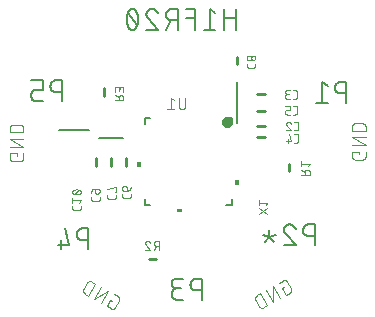
<source format=gbr>
G04 EAGLE Gerber RS-274X export*
G75*
%MOMM*%
%FSLAX34Y34*%
%LPD*%
%INSilkscreen Bottom*%
%IPPOS*%
%AMOC8*
5,1,8,0,0,1.08239X$1,22.5*%
G01*
%ADD10C,0.152400*%
%ADD11C,0.101600*%
%ADD12C,0.076200*%
%ADD13C,0.254000*%
%ADD14C,0.406400*%
%ADD15C,0.050800*%

G36*
X-40130Y131994D02*
X-40130Y131994D01*
X-40128Y131993D01*
X-40085Y132013D01*
X-40041Y132031D01*
X-40041Y132033D01*
X-40039Y132034D01*
X-40006Y132119D01*
X-40006Y135929D01*
X-40007Y135931D01*
X-40006Y135933D01*
X-40026Y135976D01*
X-40044Y136020D01*
X-40046Y136020D01*
X-40047Y136022D01*
X-40132Y136055D01*
X-42672Y136055D01*
X-42674Y136054D01*
X-42676Y136055D01*
X-42719Y136035D01*
X-42763Y136017D01*
X-42763Y136015D01*
X-42765Y136014D01*
X-42798Y135929D01*
X-42798Y132119D01*
X-42797Y132117D01*
X-42798Y132115D01*
X-42778Y132072D01*
X-42760Y132028D01*
X-42758Y132028D01*
X-42757Y132026D01*
X-42672Y131993D01*
X-40132Y131993D01*
X-40130Y131994D01*
G37*
G36*
X42674Y116991D02*
X42674Y116991D01*
X42676Y116990D01*
X42719Y117010D01*
X42763Y117028D01*
X42763Y117030D01*
X42765Y117031D01*
X42798Y117116D01*
X42798Y120926D01*
X42797Y120928D01*
X42798Y120930D01*
X42778Y120973D01*
X42760Y121017D01*
X42758Y121017D01*
X42757Y121019D01*
X42672Y121052D01*
X40132Y121052D01*
X40130Y121051D01*
X40128Y121052D01*
X40085Y121032D01*
X40041Y121014D01*
X40041Y121012D01*
X40039Y121011D01*
X40006Y120926D01*
X40006Y117116D01*
X40007Y117114D01*
X40006Y117112D01*
X40026Y117069D01*
X40044Y117025D01*
X40046Y117025D01*
X40047Y117023D01*
X40132Y116990D01*
X42672Y116990D01*
X42674Y116991D01*
G37*
G36*
X-5595Y93728D02*
X-5595Y93728D01*
X-5593Y93727D01*
X-5550Y93747D01*
X-5506Y93765D01*
X-5506Y93767D01*
X-5504Y93768D01*
X-5471Y93853D01*
X-5471Y96393D01*
X-5472Y96395D01*
X-5471Y96397D01*
X-5491Y96440D01*
X-5509Y96484D01*
X-5511Y96484D01*
X-5512Y96486D01*
X-5597Y96519D01*
X-9407Y96519D01*
X-9409Y96518D01*
X-9411Y96519D01*
X-9454Y96499D01*
X-9498Y96481D01*
X-9498Y96479D01*
X-9500Y96478D01*
X-9533Y96393D01*
X-9533Y93853D01*
X-9532Y93851D01*
X-9533Y93849D01*
X-9513Y93806D01*
X-9495Y93762D01*
X-9493Y93762D01*
X-9492Y93760D01*
X-9407Y93727D01*
X-5597Y93727D01*
X-5595Y93728D01*
G37*
D10*
X134176Y186500D02*
X134176Y204280D01*
X129237Y204280D01*
X129097Y204278D01*
X128958Y204272D01*
X128818Y204262D01*
X128679Y204248D01*
X128540Y204231D01*
X128402Y204209D01*
X128265Y204183D01*
X128128Y204154D01*
X127992Y204121D01*
X127858Y204084D01*
X127724Y204043D01*
X127592Y203998D01*
X127460Y203949D01*
X127331Y203897D01*
X127203Y203842D01*
X127076Y203782D01*
X126951Y203719D01*
X126828Y203653D01*
X126707Y203583D01*
X126588Y203510D01*
X126471Y203433D01*
X126357Y203353D01*
X126244Y203270D01*
X126134Y203184D01*
X126027Y203094D01*
X125922Y203002D01*
X125820Y202907D01*
X125720Y202809D01*
X125623Y202708D01*
X125529Y202604D01*
X125439Y202498D01*
X125351Y202389D01*
X125266Y202278D01*
X125185Y202164D01*
X125106Y202049D01*
X125031Y201931D01*
X124960Y201811D01*
X124892Y201688D01*
X124827Y201565D01*
X124766Y201439D01*
X124708Y201311D01*
X124654Y201183D01*
X124604Y201052D01*
X124557Y200920D01*
X124514Y200787D01*
X124475Y200653D01*
X124440Y200518D01*
X124409Y200382D01*
X124381Y200244D01*
X124358Y200107D01*
X124338Y199968D01*
X124322Y199829D01*
X124310Y199690D01*
X124302Y199551D01*
X124298Y199411D01*
X124298Y199271D01*
X124302Y199131D01*
X124310Y198992D01*
X124322Y198853D01*
X124338Y198714D01*
X124358Y198575D01*
X124381Y198438D01*
X124409Y198300D01*
X124440Y198164D01*
X124475Y198029D01*
X124514Y197895D01*
X124557Y197762D01*
X124604Y197630D01*
X124654Y197499D01*
X124708Y197371D01*
X124766Y197243D01*
X124827Y197117D01*
X124892Y196994D01*
X124960Y196871D01*
X125031Y196751D01*
X125106Y196633D01*
X125185Y196518D01*
X125266Y196404D01*
X125351Y196293D01*
X125439Y196184D01*
X125529Y196078D01*
X125623Y195974D01*
X125720Y195873D01*
X125820Y195775D01*
X125922Y195680D01*
X126027Y195588D01*
X126134Y195498D01*
X126244Y195412D01*
X126357Y195329D01*
X126471Y195249D01*
X126588Y195172D01*
X126707Y195099D01*
X126828Y195029D01*
X126951Y194963D01*
X127076Y194900D01*
X127203Y194840D01*
X127331Y194785D01*
X127460Y194733D01*
X127592Y194684D01*
X127724Y194639D01*
X127858Y194598D01*
X127992Y194561D01*
X128128Y194528D01*
X128265Y194499D01*
X128402Y194473D01*
X128540Y194451D01*
X128679Y194434D01*
X128818Y194420D01*
X128958Y194410D01*
X129097Y194404D01*
X129237Y194402D01*
X134176Y194402D01*
X118180Y200328D02*
X113242Y204280D01*
X113242Y186500D01*
X118180Y186500D02*
X108303Y186500D01*
X107188Y83630D02*
X107188Y65850D01*
X107188Y83630D02*
X102249Y83630D01*
X102109Y83628D01*
X101970Y83622D01*
X101830Y83612D01*
X101691Y83598D01*
X101552Y83581D01*
X101414Y83559D01*
X101277Y83533D01*
X101140Y83504D01*
X101004Y83471D01*
X100870Y83434D01*
X100736Y83393D01*
X100604Y83348D01*
X100472Y83299D01*
X100343Y83247D01*
X100215Y83192D01*
X100088Y83132D01*
X99963Y83069D01*
X99840Y83003D01*
X99719Y82933D01*
X99600Y82860D01*
X99483Y82783D01*
X99369Y82703D01*
X99256Y82620D01*
X99146Y82534D01*
X99039Y82444D01*
X98934Y82352D01*
X98832Y82257D01*
X98732Y82159D01*
X98635Y82058D01*
X98541Y81954D01*
X98451Y81848D01*
X98363Y81739D01*
X98278Y81628D01*
X98197Y81514D01*
X98118Y81399D01*
X98043Y81281D01*
X97972Y81160D01*
X97904Y81038D01*
X97839Y80915D01*
X97778Y80789D01*
X97720Y80661D01*
X97666Y80533D01*
X97616Y80402D01*
X97569Y80270D01*
X97526Y80137D01*
X97487Y80003D01*
X97452Y79868D01*
X97421Y79732D01*
X97393Y79594D01*
X97370Y79457D01*
X97350Y79318D01*
X97334Y79179D01*
X97322Y79040D01*
X97314Y78901D01*
X97310Y78761D01*
X97310Y78621D01*
X97314Y78481D01*
X97322Y78342D01*
X97334Y78203D01*
X97350Y78064D01*
X97370Y77925D01*
X97393Y77788D01*
X97421Y77650D01*
X97452Y77514D01*
X97487Y77379D01*
X97526Y77245D01*
X97569Y77112D01*
X97616Y76980D01*
X97666Y76849D01*
X97720Y76721D01*
X97778Y76593D01*
X97839Y76467D01*
X97904Y76344D01*
X97972Y76221D01*
X98043Y76101D01*
X98118Y75983D01*
X98197Y75868D01*
X98278Y75754D01*
X98363Y75643D01*
X98451Y75534D01*
X98541Y75428D01*
X98635Y75324D01*
X98732Y75223D01*
X98832Y75125D01*
X98934Y75030D01*
X99039Y74938D01*
X99146Y74848D01*
X99256Y74762D01*
X99369Y74679D01*
X99483Y74599D01*
X99600Y74522D01*
X99719Y74449D01*
X99840Y74379D01*
X99963Y74313D01*
X100088Y74250D01*
X100215Y74190D01*
X100343Y74135D01*
X100472Y74083D01*
X100604Y74034D01*
X100736Y73989D01*
X100870Y73948D01*
X101004Y73911D01*
X101140Y73878D01*
X101277Y73849D01*
X101414Y73823D01*
X101552Y73801D01*
X101691Y73784D01*
X101830Y73770D01*
X101970Y73760D01*
X102109Y73754D01*
X102249Y73752D01*
X107188Y73752D01*
X85760Y83630D02*
X85628Y83628D01*
X85497Y83622D01*
X85365Y83612D01*
X85234Y83599D01*
X85104Y83581D01*
X84974Y83560D01*
X84844Y83535D01*
X84716Y83506D01*
X84588Y83473D01*
X84462Y83436D01*
X84336Y83396D01*
X84212Y83352D01*
X84089Y83304D01*
X83968Y83253D01*
X83848Y83198D01*
X83730Y83140D01*
X83614Y83078D01*
X83500Y83012D01*
X83387Y82944D01*
X83277Y82872D01*
X83169Y82797D01*
X83063Y82718D01*
X82959Y82637D01*
X82858Y82552D01*
X82760Y82465D01*
X82664Y82374D01*
X82571Y82281D01*
X82480Y82185D01*
X82393Y82087D01*
X82308Y81986D01*
X82227Y81882D01*
X82148Y81776D01*
X82073Y81668D01*
X82001Y81558D01*
X81933Y81445D01*
X81867Y81331D01*
X81805Y81215D01*
X81747Y81097D01*
X81692Y80977D01*
X81641Y80856D01*
X81593Y80733D01*
X81549Y80609D01*
X81509Y80483D01*
X81472Y80357D01*
X81439Y80229D01*
X81410Y80101D01*
X81385Y79971D01*
X81364Y79841D01*
X81346Y79711D01*
X81333Y79580D01*
X81323Y79448D01*
X81317Y79317D01*
X81315Y79185D01*
X85760Y83630D02*
X85910Y83628D01*
X86059Y83622D01*
X86208Y83612D01*
X86357Y83599D01*
X86506Y83581D01*
X86654Y83560D01*
X86802Y83534D01*
X86948Y83505D01*
X87094Y83472D01*
X87239Y83435D01*
X87383Y83394D01*
X87526Y83350D01*
X87668Y83302D01*
X87808Y83250D01*
X87947Y83195D01*
X88085Y83136D01*
X88220Y83073D01*
X88355Y83007D01*
X88487Y82937D01*
X88617Y82864D01*
X88746Y82787D01*
X88873Y82707D01*
X88997Y82624D01*
X89119Y82538D01*
X89239Y82448D01*
X89356Y82355D01*
X89471Y82260D01*
X89584Y82161D01*
X89694Y82059D01*
X89801Y81955D01*
X89905Y81848D01*
X90007Y81738D01*
X90105Y81625D01*
X90201Y81510D01*
X90293Y81392D01*
X90383Y81272D01*
X90469Y81150D01*
X90552Y81026D01*
X90632Y80899D01*
X90708Y80771D01*
X90781Y80640D01*
X90851Y80507D01*
X90917Y80373D01*
X90979Y80237D01*
X91038Y80100D01*
X91094Y79961D01*
X91145Y79820D01*
X91193Y79679D01*
X82798Y75728D02*
X82702Y75821D01*
X82610Y75917D01*
X82520Y76016D01*
X82433Y76117D01*
X82349Y76220D01*
X82267Y76325D01*
X82189Y76433D01*
X82114Y76543D01*
X82041Y76655D01*
X81972Y76769D01*
X81906Y76885D01*
X81844Y77003D01*
X81785Y77122D01*
X81729Y77243D01*
X81676Y77366D01*
X81627Y77490D01*
X81582Y77615D01*
X81539Y77742D01*
X81501Y77869D01*
X81466Y77998D01*
X81435Y78127D01*
X81407Y78258D01*
X81383Y78389D01*
X81362Y78521D01*
X81346Y78653D01*
X81333Y78786D01*
X81323Y78919D01*
X81318Y79052D01*
X81316Y79185D01*
X82797Y75727D02*
X91193Y65850D01*
X81315Y65850D01*
X68945Y72764D02*
X68945Y78691D01*
X68945Y72764D02*
X65488Y68319D01*
X68945Y72764D02*
X72403Y68319D01*
X68945Y72764D02*
X63513Y74740D01*
X68945Y72764D02*
X74378Y74740D01*
X-106715Y187833D02*
X-106715Y205613D01*
X-111654Y205613D01*
X-111794Y205611D01*
X-111933Y205605D01*
X-112073Y205595D01*
X-112212Y205581D01*
X-112351Y205564D01*
X-112489Y205542D01*
X-112626Y205516D01*
X-112763Y205487D01*
X-112899Y205454D01*
X-113033Y205417D01*
X-113167Y205376D01*
X-113299Y205331D01*
X-113431Y205282D01*
X-113560Y205230D01*
X-113688Y205175D01*
X-113815Y205115D01*
X-113940Y205052D01*
X-114063Y204986D01*
X-114184Y204916D01*
X-114303Y204843D01*
X-114420Y204766D01*
X-114534Y204686D01*
X-114647Y204603D01*
X-114757Y204517D01*
X-114864Y204427D01*
X-114969Y204335D01*
X-115071Y204240D01*
X-115171Y204142D01*
X-115268Y204041D01*
X-115362Y203937D01*
X-115452Y203831D01*
X-115540Y203722D01*
X-115625Y203611D01*
X-115706Y203497D01*
X-115785Y203382D01*
X-115860Y203264D01*
X-115931Y203144D01*
X-115999Y203021D01*
X-116064Y202898D01*
X-116125Y202772D01*
X-116183Y202644D01*
X-116237Y202516D01*
X-116287Y202385D01*
X-116334Y202253D01*
X-116377Y202120D01*
X-116416Y201986D01*
X-116451Y201851D01*
X-116482Y201715D01*
X-116510Y201577D01*
X-116533Y201440D01*
X-116553Y201301D01*
X-116569Y201162D01*
X-116581Y201023D01*
X-116589Y200884D01*
X-116593Y200744D01*
X-116593Y200604D01*
X-116589Y200464D01*
X-116581Y200325D01*
X-116569Y200186D01*
X-116553Y200047D01*
X-116533Y199908D01*
X-116510Y199771D01*
X-116482Y199633D01*
X-116451Y199497D01*
X-116416Y199362D01*
X-116377Y199228D01*
X-116334Y199095D01*
X-116287Y198963D01*
X-116237Y198832D01*
X-116183Y198704D01*
X-116125Y198576D01*
X-116064Y198450D01*
X-115999Y198327D01*
X-115931Y198204D01*
X-115860Y198084D01*
X-115785Y197966D01*
X-115706Y197851D01*
X-115625Y197737D01*
X-115540Y197626D01*
X-115452Y197517D01*
X-115362Y197411D01*
X-115268Y197307D01*
X-115171Y197206D01*
X-115071Y197108D01*
X-114969Y197013D01*
X-114864Y196921D01*
X-114757Y196831D01*
X-114647Y196745D01*
X-114534Y196662D01*
X-114420Y196582D01*
X-114303Y196505D01*
X-114184Y196432D01*
X-114063Y196362D01*
X-113940Y196296D01*
X-113815Y196233D01*
X-113688Y196173D01*
X-113560Y196118D01*
X-113431Y196066D01*
X-113299Y196017D01*
X-113167Y195972D01*
X-113033Y195931D01*
X-112899Y195894D01*
X-112763Y195861D01*
X-112626Y195832D01*
X-112489Y195806D01*
X-112351Y195784D01*
X-112212Y195767D01*
X-112073Y195753D01*
X-111933Y195743D01*
X-111794Y195737D01*
X-111654Y195735D01*
X-106715Y195735D01*
X-122710Y187833D02*
X-128637Y187833D01*
X-128761Y187835D01*
X-128885Y187841D01*
X-129009Y187851D01*
X-129132Y187864D01*
X-129255Y187882D01*
X-129377Y187903D01*
X-129499Y187928D01*
X-129620Y187957D01*
X-129739Y187990D01*
X-129858Y188026D01*
X-129975Y188067D01*
X-130091Y188110D01*
X-130206Y188158D01*
X-130319Y188209D01*
X-130431Y188264D01*
X-130540Y188322D01*
X-130648Y188383D01*
X-130754Y188448D01*
X-130858Y188516D01*
X-130959Y188588D01*
X-131059Y188662D01*
X-131155Y188740D01*
X-131250Y188820D01*
X-131342Y188904D01*
X-131431Y188990D01*
X-131517Y189079D01*
X-131601Y189171D01*
X-131681Y189266D01*
X-131759Y189362D01*
X-131833Y189462D01*
X-131905Y189563D01*
X-131973Y189667D01*
X-132038Y189773D01*
X-132099Y189881D01*
X-132157Y189990D01*
X-132212Y190102D01*
X-132263Y190215D01*
X-132311Y190330D01*
X-132354Y190446D01*
X-132395Y190563D01*
X-132431Y190682D01*
X-132464Y190801D01*
X-132493Y190922D01*
X-132518Y191044D01*
X-132539Y191166D01*
X-132557Y191289D01*
X-132570Y191412D01*
X-132580Y191536D01*
X-132586Y191660D01*
X-132588Y191784D01*
X-132588Y193760D01*
X-132586Y193884D01*
X-132580Y194008D01*
X-132570Y194132D01*
X-132557Y194255D01*
X-132539Y194378D01*
X-132518Y194500D01*
X-132493Y194622D01*
X-132464Y194743D01*
X-132431Y194862D01*
X-132395Y194981D01*
X-132354Y195098D01*
X-132311Y195214D01*
X-132263Y195329D01*
X-132212Y195442D01*
X-132157Y195554D01*
X-132099Y195663D01*
X-132038Y195771D01*
X-131973Y195877D01*
X-131905Y195981D01*
X-131833Y196082D01*
X-131759Y196182D01*
X-131681Y196278D01*
X-131601Y196373D01*
X-131517Y196465D01*
X-131431Y196554D01*
X-131342Y196640D01*
X-131250Y196724D01*
X-131155Y196804D01*
X-131059Y196882D01*
X-130959Y196956D01*
X-130858Y197028D01*
X-130754Y197096D01*
X-130648Y197161D01*
X-130540Y197222D01*
X-130431Y197280D01*
X-130319Y197335D01*
X-130206Y197386D01*
X-130091Y197434D01*
X-129975Y197477D01*
X-129858Y197518D01*
X-129739Y197554D01*
X-129620Y197587D01*
X-129499Y197616D01*
X-129377Y197641D01*
X-129255Y197662D01*
X-129132Y197680D01*
X-129009Y197693D01*
X-128885Y197703D01*
X-128761Y197709D01*
X-128637Y197711D01*
X-122710Y197711D01*
X-122710Y205613D01*
X-132588Y205613D01*
X-84490Y80201D02*
X-84490Y62421D01*
X-84490Y80201D02*
X-89429Y80201D01*
X-89569Y80199D01*
X-89708Y80193D01*
X-89848Y80183D01*
X-89987Y80169D01*
X-90126Y80152D01*
X-90264Y80130D01*
X-90401Y80104D01*
X-90538Y80075D01*
X-90674Y80042D01*
X-90808Y80005D01*
X-90942Y79964D01*
X-91074Y79919D01*
X-91206Y79870D01*
X-91335Y79818D01*
X-91463Y79763D01*
X-91590Y79703D01*
X-91715Y79640D01*
X-91838Y79574D01*
X-91959Y79504D01*
X-92078Y79431D01*
X-92195Y79354D01*
X-92309Y79274D01*
X-92422Y79191D01*
X-92532Y79105D01*
X-92639Y79015D01*
X-92744Y78923D01*
X-92846Y78828D01*
X-92946Y78730D01*
X-93043Y78629D01*
X-93137Y78525D01*
X-93227Y78419D01*
X-93315Y78310D01*
X-93400Y78199D01*
X-93481Y78085D01*
X-93560Y77970D01*
X-93635Y77852D01*
X-93706Y77731D01*
X-93774Y77609D01*
X-93839Y77486D01*
X-93900Y77360D01*
X-93958Y77232D01*
X-94012Y77104D01*
X-94062Y76973D01*
X-94109Y76841D01*
X-94152Y76708D01*
X-94191Y76574D01*
X-94226Y76439D01*
X-94257Y76303D01*
X-94285Y76165D01*
X-94308Y76028D01*
X-94328Y75889D01*
X-94344Y75750D01*
X-94356Y75611D01*
X-94364Y75472D01*
X-94368Y75332D01*
X-94368Y75192D01*
X-94364Y75052D01*
X-94356Y74913D01*
X-94344Y74774D01*
X-94328Y74635D01*
X-94308Y74496D01*
X-94285Y74359D01*
X-94257Y74221D01*
X-94226Y74085D01*
X-94191Y73950D01*
X-94152Y73816D01*
X-94109Y73683D01*
X-94062Y73551D01*
X-94012Y73420D01*
X-93958Y73292D01*
X-93900Y73164D01*
X-93839Y73038D01*
X-93774Y72915D01*
X-93706Y72792D01*
X-93635Y72672D01*
X-93560Y72554D01*
X-93481Y72439D01*
X-93400Y72325D01*
X-93315Y72214D01*
X-93227Y72105D01*
X-93137Y71999D01*
X-93043Y71895D01*
X-92946Y71794D01*
X-92846Y71696D01*
X-92744Y71601D01*
X-92639Y71509D01*
X-92532Y71419D01*
X-92422Y71333D01*
X-92309Y71250D01*
X-92195Y71170D01*
X-92078Y71093D01*
X-91959Y71020D01*
X-91838Y70950D01*
X-91715Y70884D01*
X-91590Y70821D01*
X-91463Y70761D01*
X-91335Y70706D01*
X-91206Y70654D01*
X-91074Y70605D01*
X-90942Y70560D01*
X-90808Y70519D01*
X-90674Y70482D01*
X-90538Y70449D01*
X-90401Y70420D01*
X-90264Y70394D01*
X-90126Y70372D01*
X-89987Y70355D01*
X-89848Y70341D01*
X-89708Y70331D01*
X-89569Y70325D01*
X-89429Y70323D01*
X-84490Y70323D01*
X-100485Y66372D02*
X-104436Y80201D01*
X-100485Y66372D02*
X-110363Y66372D01*
X-107400Y70323D02*
X-107400Y62421D01*
D11*
X79339Y29549D02*
X81026Y30523D01*
X79339Y29549D02*
X82585Y23928D01*
X85958Y25875D01*
X85957Y25876D02*
X86042Y25927D01*
X86125Y25982D01*
X86206Y26040D01*
X86285Y26100D01*
X86361Y26164D01*
X86435Y26231D01*
X86506Y26300D01*
X86575Y26372D01*
X86641Y26447D01*
X86703Y26524D01*
X86763Y26604D01*
X86820Y26685D01*
X86873Y26769D01*
X86924Y26855D01*
X86971Y26943D01*
X87014Y27032D01*
X87054Y27123D01*
X87091Y27215D01*
X87124Y27309D01*
X87153Y27404D01*
X87179Y27500D01*
X87201Y27597D01*
X87219Y27695D01*
X87234Y27793D01*
X87245Y27892D01*
X87252Y27991D01*
X87255Y28091D01*
X87254Y28190D01*
X87250Y28290D01*
X87241Y28389D01*
X87229Y28488D01*
X87214Y28586D01*
X87194Y28683D01*
X87171Y28780D01*
X87144Y28876D01*
X87113Y28970D01*
X87079Y29064D01*
X87041Y29156D01*
X87000Y29246D01*
X86955Y29335D01*
X86907Y29422D01*
X86908Y29422D02*
X83662Y35043D01*
X83611Y35128D01*
X83556Y35211D01*
X83499Y35292D01*
X83438Y35371D01*
X83374Y35447D01*
X83307Y35521D01*
X83238Y35592D01*
X83166Y35661D01*
X83091Y35727D01*
X83014Y35789D01*
X82935Y35849D01*
X82853Y35906D01*
X82769Y35959D01*
X82683Y36010D01*
X82596Y36057D01*
X82506Y36100D01*
X82415Y36140D01*
X82323Y36177D01*
X82229Y36210D01*
X82134Y36239D01*
X82038Y36265D01*
X81941Y36287D01*
X81843Y36305D01*
X81745Y36320D01*
X81646Y36331D01*
X81547Y36338D01*
X81447Y36341D01*
X81348Y36340D01*
X81248Y36336D01*
X81149Y36327D01*
X81051Y36315D01*
X80952Y36300D01*
X80855Y36280D01*
X80758Y36257D01*
X80662Y36230D01*
X80568Y36199D01*
X80474Y36165D01*
X80382Y36127D01*
X80292Y36086D01*
X80203Y36041D01*
X80116Y35993D01*
X80116Y35994D02*
X76743Y34047D01*
X71806Y31196D02*
X77648Y21077D01*
X72026Y17832D02*
X71806Y31196D01*
X66184Y27951D02*
X72026Y17832D01*
X67089Y14981D02*
X61247Y25100D01*
X58436Y23477D01*
X58436Y23478D02*
X58339Y23420D01*
X58244Y23358D01*
X58151Y23293D01*
X58061Y23225D01*
X57973Y23154D01*
X57887Y23079D01*
X57804Y23002D01*
X57724Y22922D01*
X57647Y22839D01*
X57572Y22753D01*
X57501Y22665D01*
X57433Y22575D01*
X57368Y22482D01*
X57306Y22387D01*
X57248Y22290D01*
X57193Y22191D01*
X57142Y22090D01*
X57094Y21987D01*
X57049Y21883D01*
X57009Y21777D01*
X56972Y21670D01*
X56939Y21562D01*
X56909Y21452D01*
X56884Y21342D01*
X56862Y21231D01*
X56845Y21119D01*
X56831Y21006D01*
X56821Y20893D01*
X56815Y20780D01*
X56813Y20667D01*
X56815Y20554D01*
X56821Y20441D01*
X56831Y20328D01*
X56845Y20215D01*
X56862Y20103D01*
X56884Y19992D01*
X56909Y19882D01*
X56939Y19772D01*
X56972Y19664D01*
X57009Y19557D01*
X57049Y19451D01*
X57094Y19347D01*
X57141Y19244D01*
X57193Y19143D01*
X57248Y19044D01*
X59845Y14547D01*
X59845Y14546D02*
X59903Y14449D01*
X59965Y14354D01*
X60030Y14261D01*
X60098Y14171D01*
X60169Y14083D01*
X60244Y13997D01*
X60321Y13914D01*
X60401Y13834D01*
X60484Y13757D01*
X60570Y13682D01*
X60658Y13611D01*
X60748Y13543D01*
X60841Y13478D01*
X60936Y13416D01*
X61033Y13358D01*
X61132Y13303D01*
X61233Y13252D01*
X61336Y13204D01*
X61440Y13159D01*
X61546Y13119D01*
X61653Y13082D01*
X61761Y13049D01*
X61871Y13019D01*
X61981Y12994D01*
X62092Y12972D01*
X62204Y12955D01*
X62317Y12941D01*
X62430Y12931D01*
X62543Y12925D01*
X62656Y12923D01*
X62769Y12925D01*
X62882Y12931D01*
X62995Y12941D01*
X63108Y12955D01*
X63220Y12972D01*
X63331Y12994D01*
X63441Y13019D01*
X63551Y13049D01*
X63659Y13082D01*
X63766Y13119D01*
X63872Y13159D01*
X63976Y13204D01*
X64079Y13252D01*
X64180Y13303D01*
X64279Y13358D01*
X64278Y13359D02*
X67089Y14981D01*
X145112Y143023D02*
X145112Y144971D01*
X138621Y144971D01*
X138621Y141076D01*
X138623Y140977D01*
X138629Y140877D01*
X138638Y140778D01*
X138651Y140680D01*
X138668Y140582D01*
X138689Y140484D01*
X138714Y140388D01*
X138742Y140293D01*
X138774Y140199D01*
X138809Y140106D01*
X138848Y140014D01*
X138891Y139924D01*
X138936Y139836D01*
X138986Y139749D01*
X139038Y139665D01*
X139094Y139582D01*
X139152Y139502D01*
X139214Y139424D01*
X139279Y139349D01*
X139347Y139276D01*
X139417Y139206D01*
X139490Y139138D01*
X139565Y139073D01*
X139643Y139011D01*
X139723Y138953D01*
X139806Y138897D01*
X139890Y138845D01*
X139977Y138795D01*
X140065Y138750D01*
X140155Y138707D01*
X140247Y138668D01*
X140340Y138633D01*
X140434Y138601D01*
X140529Y138573D01*
X140625Y138548D01*
X140723Y138527D01*
X140821Y138510D01*
X140919Y138497D01*
X141018Y138488D01*
X141118Y138482D01*
X141217Y138480D01*
X141217Y138479D02*
X147708Y138479D01*
X147708Y138480D02*
X147807Y138482D01*
X147907Y138488D01*
X148006Y138497D01*
X148104Y138510D01*
X148202Y138527D01*
X148300Y138548D01*
X148396Y138573D01*
X148491Y138601D01*
X148585Y138633D01*
X148678Y138668D01*
X148770Y138707D01*
X148860Y138750D01*
X148948Y138795D01*
X149035Y138845D01*
X149119Y138897D01*
X149202Y138953D01*
X149282Y139011D01*
X149360Y139073D01*
X149435Y139138D01*
X149508Y139206D01*
X149578Y139276D01*
X149646Y139349D01*
X149711Y139424D01*
X149773Y139502D01*
X149831Y139582D01*
X149887Y139665D01*
X149939Y139749D01*
X149989Y139836D01*
X150034Y139924D01*
X150077Y140014D01*
X150116Y140106D01*
X150151Y140198D01*
X150183Y140293D01*
X150211Y140388D01*
X150236Y140484D01*
X150257Y140582D01*
X150274Y140680D01*
X150287Y140778D01*
X150296Y140877D01*
X150302Y140977D01*
X150304Y141076D01*
X150305Y141076D02*
X150305Y144971D01*
X150305Y150671D02*
X138621Y150671D01*
X138621Y157163D02*
X150305Y150671D01*
X150305Y157163D02*
X138621Y157163D01*
X138621Y162863D02*
X150305Y162863D01*
X150305Y166109D01*
X150303Y166222D01*
X150297Y166335D01*
X150287Y166448D01*
X150273Y166561D01*
X150256Y166673D01*
X150234Y166784D01*
X150209Y166894D01*
X150179Y167004D01*
X150146Y167112D01*
X150109Y167219D01*
X150069Y167325D01*
X150024Y167429D01*
X149976Y167532D01*
X149925Y167633D01*
X149870Y167732D01*
X149812Y167829D01*
X149750Y167924D01*
X149685Y168017D01*
X149617Y168107D01*
X149546Y168195D01*
X149471Y168281D01*
X149394Y168364D01*
X149314Y168444D01*
X149231Y168521D01*
X149145Y168596D01*
X149057Y168667D01*
X148967Y168735D01*
X148874Y168800D01*
X148779Y168862D01*
X148682Y168920D01*
X148583Y168975D01*
X148482Y169026D01*
X148379Y169074D01*
X148275Y169119D01*
X148169Y169159D01*
X148062Y169196D01*
X147954Y169229D01*
X147844Y169259D01*
X147734Y169284D01*
X147623Y169306D01*
X147511Y169323D01*
X147398Y169337D01*
X147285Y169347D01*
X147172Y169353D01*
X147059Y169355D01*
X141866Y169355D01*
X141753Y169353D01*
X141640Y169347D01*
X141527Y169337D01*
X141414Y169323D01*
X141302Y169306D01*
X141191Y169284D01*
X141081Y169259D01*
X140971Y169229D01*
X140863Y169196D01*
X140756Y169159D01*
X140650Y169119D01*
X140546Y169074D01*
X140443Y169026D01*
X140342Y168975D01*
X140243Y168920D01*
X140146Y168862D01*
X140051Y168800D01*
X139958Y168735D01*
X139868Y168667D01*
X139780Y168596D01*
X139694Y168521D01*
X139611Y168444D01*
X139531Y168364D01*
X139454Y168281D01*
X139379Y168195D01*
X139308Y168107D01*
X139240Y168017D01*
X139175Y167924D01*
X139113Y167829D01*
X139055Y167732D01*
X139000Y167633D01*
X138949Y167532D01*
X138901Y167429D01*
X138856Y167325D01*
X138816Y167219D01*
X138779Y167112D01*
X138746Y167004D01*
X138716Y166894D01*
X138691Y166784D01*
X138669Y166673D01*
X138652Y166561D01*
X138638Y166448D01*
X138628Y166335D01*
X138622Y166222D01*
X138620Y166109D01*
X138621Y166109D02*
X138621Y162863D01*
X-144607Y143737D02*
X-144607Y141789D01*
X-144607Y143737D02*
X-151098Y143737D01*
X-151098Y139842D01*
X-151096Y139743D01*
X-151090Y139643D01*
X-151081Y139544D01*
X-151068Y139446D01*
X-151051Y139348D01*
X-151030Y139250D01*
X-151005Y139154D01*
X-150977Y139059D01*
X-150945Y138965D01*
X-150910Y138872D01*
X-150871Y138780D01*
X-150828Y138690D01*
X-150783Y138602D01*
X-150733Y138515D01*
X-150681Y138431D01*
X-150625Y138348D01*
X-150567Y138268D01*
X-150505Y138190D01*
X-150440Y138115D01*
X-150372Y138042D01*
X-150302Y137972D01*
X-150229Y137904D01*
X-150154Y137839D01*
X-150076Y137777D01*
X-149996Y137719D01*
X-149913Y137663D01*
X-149829Y137611D01*
X-149742Y137561D01*
X-149654Y137516D01*
X-149564Y137473D01*
X-149472Y137434D01*
X-149379Y137399D01*
X-149285Y137367D01*
X-149190Y137339D01*
X-149094Y137314D01*
X-148996Y137293D01*
X-148898Y137276D01*
X-148800Y137263D01*
X-148701Y137254D01*
X-148601Y137248D01*
X-148502Y137246D01*
X-142011Y137246D01*
X-142011Y137245D02*
X-141912Y137247D01*
X-141812Y137253D01*
X-141713Y137262D01*
X-141615Y137275D01*
X-141517Y137293D01*
X-141419Y137313D01*
X-141323Y137338D01*
X-141227Y137366D01*
X-141133Y137398D01*
X-141040Y137433D01*
X-140949Y137472D01*
X-140859Y137515D01*
X-140770Y137560D01*
X-140684Y137610D01*
X-140599Y137662D01*
X-140517Y137718D01*
X-140437Y137777D01*
X-140359Y137838D01*
X-140283Y137903D01*
X-140210Y137971D01*
X-140140Y138041D01*
X-140072Y138114D01*
X-140007Y138190D01*
X-139946Y138268D01*
X-139887Y138348D01*
X-139831Y138430D01*
X-139779Y138515D01*
X-139730Y138601D01*
X-139684Y138690D01*
X-139641Y138780D01*
X-139602Y138871D01*
X-139567Y138964D01*
X-139535Y139058D01*
X-139507Y139154D01*
X-139482Y139250D01*
X-139462Y139348D01*
X-139444Y139446D01*
X-139431Y139544D01*
X-139422Y139643D01*
X-139416Y139742D01*
X-139414Y139842D01*
X-139414Y143737D01*
X-139414Y149438D02*
X-151098Y149438D01*
X-151098Y155929D02*
X-139414Y149438D01*
X-139414Y155929D02*
X-151098Y155929D01*
X-151098Y161630D02*
X-139414Y161630D01*
X-139414Y164875D01*
X-139416Y164988D01*
X-139422Y165101D01*
X-139432Y165214D01*
X-139446Y165327D01*
X-139463Y165439D01*
X-139485Y165550D01*
X-139510Y165660D01*
X-139540Y165770D01*
X-139573Y165878D01*
X-139610Y165985D01*
X-139650Y166091D01*
X-139695Y166195D01*
X-139743Y166298D01*
X-139794Y166399D01*
X-139849Y166498D01*
X-139907Y166595D01*
X-139969Y166690D01*
X-140034Y166783D01*
X-140102Y166873D01*
X-140173Y166961D01*
X-140248Y167047D01*
X-140325Y167130D01*
X-140405Y167210D01*
X-140488Y167287D01*
X-140574Y167362D01*
X-140662Y167433D01*
X-140752Y167501D01*
X-140845Y167566D01*
X-140940Y167628D01*
X-141037Y167686D01*
X-141136Y167741D01*
X-141237Y167792D01*
X-141340Y167840D01*
X-141444Y167885D01*
X-141550Y167925D01*
X-141657Y167962D01*
X-141765Y167995D01*
X-141875Y168025D01*
X-141985Y168050D01*
X-142096Y168072D01*
X-142208Y168089D01*
X-142321Y168103D01*
X-142434Y168113D01*
X-142547Y168119D01*
X-142660Y168121D01*
X-147853Y168121D01*
X-147966Y168119D01*
X-148079Y168113D01*
X-148192Y168103D01*
X-148305Y168089D01*
X-148417Y168072D01*
X-148528Y168050D01*
X-148638Y168025D01*
X-148748Y167995D01*
X-148856Y167962D01*
X-148963Y167925D01*
X-149069Y167885D01*
X-149173Y167840D01*
X-149276Y167792D01*
X-149377Y167741D01*
X-149476Y167686D01*
X-149573Y167628D01*
X-149668Y167566D01*
X-149761Y167501D01*
X-149851Y167433D01*
X-149939Y167362D01*
X-150025Y167287D01*
X-150108Y167210D01*
X-150188Y167130D01*
X-150265Y167047D01*
X-150340Y166961D01*
X-150411Y166873D01*
X-150479Y166783D01*
X-150544Y166690D01*
X-150606Y166595D01*
X-150664Y166498D01*
X-150719Y166399D01*
X-150770Y166298D01*
X-150818Y166195D01*
X-150863Y166091D01*
X-150903Y165985D01*
X-150940Y165878D01*
X-150973Y165770D01*
X-151003Y165660D01*
X-151028Y165550D01*
X-151050Y165439D01*
X-151067Y165327D01*
X-151081Y165214D01*
X-151091Y165101D01*
X-151097Y164988D01*
X-151099Y164875D01*
X-151098Y164875D02*
X-151098Y161630D01*
X-65651Y19962D02*
X-63965Y18988D01*
X-65651Y19962D02*
X-68897Y14340D01*
X-65524Y12393D01*
X-65523Y12394D02*
X-65436Y12346D01*
X-65347Y12301D01*
X-65257Y12260D01*
X-65165Y12222D01*
X-65071Y12188D01*
X-64977Y12157D01*
X-64881Y12130D01*
X-64784Y12107D01*
X-64687Y12087D01*
X-64588Y12072D01*
X-64490Y12060D01*
X-64391Y12051D01*
X-64291Y12047D01*
X-64192Y12046D01*
X-64092Y12049D01*
X-63993Y12056D01*
X-63894Y12067D01*
X-63796Y12082D01*
X-63698Y12100D01*
X-63601Y12122D01*
X-63505Y12148D01*
X-63410Y12177D01*
X-63316Y12210D01*
X-63224Y12247D01*
X-63133Y12287D01*
X-63043Y12330D01*
X-62956Y12377D01*
X-62870Y12428D01*
X-62786Y12481D01*
X-62704Y12538D01*
X-62625Y12598D01*
X-62548Y12660D01*
X-62473Y12726D01*
X-62401Y12795D01*
X-62332Y12866D01*
X-62265Y12940D01*
X-62201Y13016D01*
X-62141Y13095D01*
X-62083Y13176D01*
X-62028Y13259D01*
X-61977Y13344D01*
X-61977Y13343D02*
X-58731Y18965D01*
X-58732Y18965D02*
X-58684Y19052D01*
X-58639Y19141D01*
X-58598Y19231D01*
X-58560Y19323D01*
X-58526Y19417D01*
X-58495Y19511D01*
X-58468Y19607D01*
X-58445Y19704D01*
X-58425Y19801D01*
X-58410Y19900D01*
X-58398Y19998D01*
X-58389Y20097D01*
X-58385Y20197D01*
X-58384Y20296D01*
X-58387Y20396D01*
X-58394Y20495D01*
X-58405Y20594D01*
X-58420Y20692D01*
X-58438Y20790D01*
X-58460Y20887D01*
X-58486Y20983D01*
X-58515Y21078D01*
X-58548Y21172D01*
X-58585Y21264D01*
X-58625Y21355D01*
X-58668Y21445D01*
X-58715Y21532D01*
X-58766Y21618D01*
X-58819Y21702D01*
X-58876Y21784D01*
X-58936Y21863D01*
X-58998Y21940D01*
X-59064Y22015D01*
X-59133Y22087D01*
X-59204Y22156D01*
X-59278Y22223D01*
X-59354Y22287D01*
X-59433Y22347D01*
X-59514Y22405D01*
X-59597Y22460D01*
X-59682Y22511D01*
X-59682Y22512D02*
X-63055Y24459D01*
X-67992Y27309D02*
X-73834Y17191D01*
X-79455Y20436D02*
X-67992Y27309D01*
X-73613Y30555D02*
X-79455Y20436D01*
X-84392Y23287D02*
X-78550Y33405D01*
X-81361Y35028D01*
X-81460Y35083D01*
X-81561Y35134D01*
X-81664Y35182D01*
X-81768Y35227D01*
X-81874Y35267D01*
X-81981Y35304D01*
X-82089Y35337D01*
X-82199Y35367D01*
X-82309Y35392D01*
X-82420Y35414D01*
X-82532Y35431D01*
X-82645Y35445D01*
X-82758Y35455D01*
X-82871Y35461D01*
X-82984Y35463D01*
X-83097Y35461D01*
X-83210Y35455D01*
X-83323Y35445D01*
X-83436Y35431D01*
X-83548Y35414D01*
X-83659Y35392D01*
X-83769Y35367D01*
X-83879Y35337D01*
X-83987Y35304D01*
X-84094Y35267D01*
X-84200Y35227D01*
X-84304Y35182D01*
X-84407Y35134D01*
X-84508Y35083D01*
X-84607Y35028D01*
X-84704Y34970D01*
X-84799Y34908D01*
X-84892Y34843D01*
X-84982Y34775D01*
X-85071Y34704D01*
X-85156Y34629D01*
X-85239Y34552D01*
X-85319Y34472D01*
X-85396Y34389D01*
X-85471Y34303D01*
X-85542Y34215D01*
X-85610Y34125D01*
X-85675Y34032D01*
X-85737Y33937D01*
X-85795Y33840D01*
X-88391Y29343D01*
X-88446Y29244D01*
X-88497Y29143D01*
X-88545Y29040D01*
X-88590Y28936D01*
X-88630Y28830D01*
X-88667Y28723D01*
X-88700Y28615D01*
X-88730Y28505D01*
X-88755Y28395D01*
X-88777Y28284D01*
X-88794Y28172D01*
X-88808Y28059D01*
X-88818Y27946D01*
X-88824Y27833D01*
X-88826Y27720D01*
X-88824Y27607D01*
X-88818Y27494D01*
X-88808Y27381D01*
X-88794Y27268D01*
X-88777Y27156D01*
X-88755Y27045D01*
X-88730Y26935D01*
X-88700Y26825D01*
X-88667Y26717D01*
X-88630Y26610D01*
X-88590Y26504D01*
X-88545Y26400D01*
X-88497Y26297D01*
X-88446Y26196D01*
X-88391Y26097D01*
X-88333Y26000D01*
X-88271Y25905D01*
X-88206Y25812D01*
X-88138Y25722D01*
X-88067Y25634D01*
X-87992Y25548D01*
X-87915Y25465D01*
X-87835Y25385D01*
X-87752Y25308D01*
X-87666Y25233D01*
X-87578Y25162D01*
X-87488Y25094D01*
X-87395Y25029D01*
X-87300Y24967D01*
X-87203Y24909D01*
X-84392Y23287D01*
D10*
X11938Y19812D02*
X11938Y37592D01*
X6999Y37592D01*
X6859Y37590D01*
X6720Y37584D01*
X6580Y37574D01*
X6441Y37560D01*
X6302Y37543D01*
X6164Y37521D01*
X6027Y37495D01*
X5890Y37466D01*
X5754Y37433D01*
X5620Y37396D01*
X5486Y37355D01*
X5354Y37310D01*
X5222Y37261D01*
X5093Y37209D01*
X4965Y37154D01*
X4838Y37094D01*
X4713Y37031D01*
X4590Y36965D01*
X4469Y36895D01*
X4350Y36822D01*
X4233Y36745D01*
X4119Y36665D01*
X4006Y36582D01*
X3896Y36496D01*
X3789Y36406D01*
X3684Y36314D01*
X3582Y36219D01*
X3482Y36121D01*
X3385Y36020D01*
X3291Y35916D01*
X3201Y35810D01*
X3113Y35701D01*
X3028Y35590D01*
X2947Y35476D01*
X2868Y35361D01*
X2793Y35243D01*
X2722Y35122D01*
X2654Y35000D01*
X2589Y34877D01*
X2528Y34751D01*
X2470Y34623D01*
X2416Y34495D01*
X2366Y34364D01*
X2319Y34232D01*
X2276Y34099D01*
X2237Y33965D01*
X2202Y33830D01*
X2171Y33694D01*
X2143Y33556D01*
X2120Y33419D01*
X2100Y33280D01*
X2084Y33141D01*
X2072Y33002D01*
X2064Y32863D01*
X2060Y32723D01*
X2060Y32583D01*
X2064Y32443D01*
X2072Y32304D01*
X2084Y32165D01*
X2100Y32026D01*
X2120Y31887D01*
X2143Y31750D01*
X2171Y31612D01*
X2202Y31476D01*
X2237Y31341D01*
X2276Y31207D01*
X2319Y31074D01*
X2366Y30942D01*
X2416Y30811D01*
X2470Y30683D01*
X2528Y30555D01*
X2589Y30429D01*
X2654Y30306D01*
X2722Y30183D01*
X2793Y30063D01*
X2868Y29945D01*
X2947Y29830D01*
X3028Y29716D01*
X3113Y29605D01*
X3201Y29496D01*
X3291Y29390D01*
X3385Y29286D01*
X3482Y29185D01*
X3582Y29087D01*
X3684Y28992D01*
X3789Y28900D01*
X3896Y28810D01*
X4006Y28724D01*
X4119Y28641D01*
X4233Y28561D01*
X4350Y28484D01*
X4469Y28411D01*
X4590Y28341D01*
X4713Y28275D01*
X4838Y28212D01*
X4965Y28152D01*
X5093Y28097D01*
X5222Y28045D01*
X5354Y27996D01*
X5486Y27951D01*
X5620Y27910D01*
X5754Y27873D01*
X5890Y27840D01*
X6027Y27811D01*
X6164Y27785D01*
X6302Y27763D01*
X6441Y27746D01*
X6580Y27732D01*
X6720Y27722D01*
X6859Y27716D01*
X6999Y27714D01*
X11938Y27714D01*
X-4057Y19812D02*
X-8996Y19812D01*
X-9136Y19814D01*
X-9275Y19820D01*
X-9415Y19830D01*
X-9554Y19844D01*
X-9693Y19861D01*
X-9831Y19883D01*
X-9968Y19909D01*
X-10105Y19938D01*
X-10241Y19971D01*
X-10375Y20008D01*
X-10509Y20049D01*
X-10641Y20094D01*
X-10773Y20143D01*
X-10902Y20195D01*
X-11030Y20250D01*
X-11157Y20310D01*
X-11282Y20373D01*
X-11405Y20439D01*
X-11526Y20509D01*
X-11645Y20582D01*
X-11762Y20659D01*
X-11876Y20739D01*
X-11989Y20822D01*
X-12099Y20908D01*
X-12206Y20998D01*
X-12311Y21090D01*
X-12413Y21185D01*
X-12513Y21283D01*
X-12610Y21384D01*
X-12704Y21488D01*
X-12794Y21594D01*
X-12882Y21703D01*
X-12967Y21814D01*
X-13048Y21928D01*
X-13127Y22043D01*
X-13202Y22161D01*
X-13273Y22281D01*
X-13341Y22404D01*
X-13406Y22527D01*
X-13467Y22653D01*
X-13525Y22781D01*
X-13579Y22909D01*
X-13629Y23040D01*
X-13676Y23172D01*
X-13719Y23305D01*
X-13758Y23439D01*
X-13793Y23574D01*
X-13824Y23710D01*
X-13852Y23848D01*
X-13875Y23985D01*
X-13895Y24124D01*
X-13911Y24263D01*
X-13923Y24402D01*
X-13931Y24541D01*
X-13935Y24681D01*
X-13935Y24821D01*
X-13931Y24961D01*
X-13923Y25100D01*
X-13911Y25239D01*
X-13895Y25378D01*
X-13875Y25517D01*
X-13852Y25654D01*
X-13824Y25792D01*
X-13793Y25928D01*
X-13758Y26063D01*
X-13719Y26197D01*
X-13676Y26330D01*
X-13629Y26462D01*
X-13579Y26593D01*
X-13525Y26721D01*
X-13467Y26849D01*
X-13406Y26975D01*
X-13341Y27098D01*
X-13273Y27220D01*
X-13202Y27341D01*
X-13127Y27459D01*
X-13048Y27574D01*
X-12967Y27688D01*
X-12882Y27799D01*
X-12794Y27908D01*
X-12704Y28014D01*
X-12610Y28118D01*
X-12513Y28219D01*
X-12413Y28317D01*
X-12311Y28412D01*
X-12206Y28504D01*
X-12099Y28594D01*
X-11989Y28680D01*
X-11876Y28763D01*
X-11762Y28843D01*
X-11645Y28920D01*
X-11526Y28993D01*
X-11405Y29063D01*
X-11282Y29129D01*
X-11157Y29192D01*
X-11030Y29252D01*
X-10902Y29307D01*
X-10773Y29359D01*
X-10641Y29408D01*
X-10509Y29453D01*
X-10375Y29494D01*
X-10241Y29531D01*
X-10105Y29564D01*
X-9968Y29593D01*
X-9831Y29619D01*
X-9693Y29641D01*
X-9554Y29658D01*
X-9415Y29672D01*
X-9275Y29682D01*
X-9136Y29688D01*
X-8996Y29690D01*
X-9984Y37592D02*
X-4057Y37592D01*
X-9984Y37592D02*
X-10108Y37590D01*
X-10232Y37584D01*
X-10356Y37574D01*
X-10479Y37561D01*
X-10602Y37543D01*
X-10724Y37522D01*
X-10846Y37497D01*
X-10967Y37468D01*
X-11086Y37435D01*
X-11205Y37399D01*
X-11322Y37358D01*
X-11438Y37315D01*
X-11553Y37267D01*
X-11666Y37216D01*
X-11778Y37161D01*
X-11887Y37103D01*
X-11995Y37042D01*
X-12101Y36977D01*
X-12205Y36909D01*
X-12306Y36837D01*
X-12406Y36763D01*
X-12502Y36685D01*
X-12597Y36605D01*
X-12689Y36521D01*
X-12778Y36435D01*
X-12864Y36346D01*
X-12948Y36254D01*
X-13028Y36159D01*
X-13106Y36063D01*
X-13180Y35963D01*
X-13252Y35862D01*
X-13320Y35758D01*
X-13385Y35652D01*
X-13446Y35544D01*
X-13504Y35435D01*
X-13559Y35323D01*
X-13610Y35210D01*
X-13658Y35095D01*
X-13701Y34979D01*
X-13742Y34862D01*
X-13778Y34743D01*
X-13811Y34624D01*
X-13840Y34503D01*
X-13865Y34381D01*
X-13886Y34259D01*
X-13904Y34136D01*
X-13917Y34013D01*
X-13927Y33889D01*
X-13933Y33765D01*
X-13935Y33641D01*
X-13933Y33517D01*
X-13927Y33393D01*
X-13917Y33269D01*
X-13904Y33146D01*
X-13886Y33023D01*
X-13865Y32901D01*
X-13840Y32779D01*
X-13811Y32658D01*
X-13778Y32539D01*
X-13742Y32420D01*
X-13701Y32303D01*
X-13658Y32187D01*
X-13610Y32072D01*
X-13559Y31959D01*
X-13504Y31847D01*
X-13446Y31738D01*
X-13385Y31630D01*
X-13320Y31524D01*
X-13252Y31420D01*
X-13180Y31319D01*
X-13106Y31219D01*
X-13028Y31123D01*
X-12948Y31028D01*
X-12864Y30936D01*
X-12778Y30847D01*
X-12689Y30761D01*
X-12597Y30677D01*
X-12502Y30597D01*
X-12406Y30519D01*
X-12306Y30445D01*
X-12205Y30373D01*
X-12101Y30305D01*
X-11995Y30240D01*
X-11887Y30179D01*
X-11778Y30121D01*
X-11666Y30066D01*
X-11553Y30015D01*
X-11438Y29967D01*
X-11322Y29924D01*
X-11205Y29883D01*
X-11086Y29847D01*
X-10967Y29814D01*
X-10846Y29785D01*
X-10724Y29760D01*
X-10602Y29739D01*
X-10479Y29721D01*
X-10356Y29708D01*
X-10232Y29698D01*
X-10108Y29692D01*
X-9984Y29690D01*
X-6033Y29690D01*
X40513Y248412D02*
X40513Y266192D01*
X40513Y258290D02*
X30635Y258290D01*
X30635Y266192D02*
X30635Y248412D01*
X23204Y262241D02*
X18265Y266192D01*
X18265Y248412D01*
X23204Y248412D02*
X13326Y248412D01*
X5867Y248412D02*
X5867Y266192D01*
X-2036Y266192D01*
X-2036Y258290D02*
X5867Y258290D01*
X-8707Y266192D02*
X-8707Y248412D01*
X-8707Y266192D02*
X-13646Y266192D01*
X-13786Y266190D01*
X-13925Y266184D01*
X-14065Y266174D01*
X-14204Y266160D01*
X-14343Y266143D01*
X-14481Y266121D01*
X-14618Y266095D01*
X-14755Y266066D01*
X-14891Y266033D01*
X-15025Y265996D01*
X-15159Y265955D01*
X-15291Y265910D01*
X-15423Y265861D01*
X-15552Y265809D01*
X-15680Y265754D01*
X-15807Y265694D01*
X-15932Y265631D01*
X-16055Y265565D01*
X-16176Y265495D01*
X-16295Y265422D01*
X-16412Y265345D01*
X-16526Y265265D01*
X-16639Y265182D01*
X-16749Y265096D01*
X-16856Y265006D01*
X-16961Y264914D01*
X-17063Y264819D01*
X-17163Y264721D01*
X-17260Y264620D01*
X-17354Y264516D01*
X-17444Y264410D01*
X-17532Y264301D01*
X-17617Y264190D01*
X-17698Y264076D01*
X-17777Y263961D01*
X-17852Y263843D01*
X-17923Y263723D01*
X-17991Y263600D01*
X-18056Y263477D01*
X-18117Y263351D01*
X-18175Y263223D01*
X-18229Y263095D01*
X-18279Y262964D01*
X-18326Y262832D01*
X-18369Y262699D01*
X-18408Y262565D01*
X-18443Y262430D01*
X-18474Y262294D01*
X-18502Y262156D01*
X-18525Y262019D01*
X-18545Y261880D01*
X-18561Y261741D01*
X-18573Y261602D01*
X-18581Y261463D01*
X-18585Y261323D01*
X-18585Y261183D01*
X-18581Y261043D01*
X-18573Y260904D01*
X-18561Y260765D01*
X-18545Y260626D01*
X-18525Y260487D01*
X-18502Y260350D01*
X-18474Y260212D01*
X-18443Y260076D01*
X-18408Y259941D01*
X-18369Y259807D01*
X-18326Y259674D01*
X-18279Y259542D01*
X-18229Y259411D01*
X-18175Y259283D01*
X-18117Y259155D01*
X-18056Y259029D01*
X-17991Y258906D01*
X-17923Y258783D01*
X-17852Y258663D01*
X-17777Y258545D01*
X-17698Y258430D01*
X-17617Y258316D01*
X-17532Y258205D01*
X-17444Y258096D01*
X-17354Y257990D01*
X-17260Y257886D01*
X-17163Y257785D01*
X-17063Y257687D01*
X-16961Y257592D01*
X-16856Y257500D01*
X-16749Y257410D01*
X-16639Y257324D01*
X-16526Y257241D01*
X-16412Y257161D01*
X-16295Y257084D01*
X-16176Y257011D01*
X-16055Y256941D01*
X-15932Y256875D01*
X-15807Y256812D01*
X-15680Y256752D01*
X-15552Y256697D01*
X-15423Y256645D01*
X-15291Y256596D01*
X-15159Y256551D01*
X-15025Y256510D01*
X-14891Y256473D01*
X-14755Y256440D01*
X-14618Y256411D01*
X-14481Y256385D01*
X-14343Y256363D01*
X-14204Y256346D01*
X-14065Y256332D01*
X-13925Y256322D01*
X-13786Y256316D01*
X-13646Y256314D01*
X-8707Y256314D01*
X-14634Y256314D02*
X-18585Y248412D01*
X-35250Y261747D02*
X-35248Y261879D01*
X-35242Y262010D01*
X-35232Y262142D01*
X-35219Y262273D01*
X-35201Y262403D01*
X-35180Y262533D01*
X-35155Y262663D01*
X-35126Y262791D01*
X-35093Y262919D01*
X-35056Y263045D01*
X-35016Y263171D01*
X-34972Y263295D01*
X-34924Y263418D01*
X-34873Y263539D01*
X-34818Y263659D01*
X-34760Y263777D01*
X-34698Y263893D01*
X-34632Y264007D01*
X-34564Y264120D01*
X-34492Y264230D01*
X-34417Y264338D01*
X-34338Y264444D01*
X-34257Y264548D01*
X-34172Y264649D01*
X-34085Y264747D01*
X-33994Y264843D01*
X-33901Y264936D01*
X-33805Y265027D01*
X-33707Y265114D01*
X-33606Y265199D01*
X-33502Y265280D01*
X-33396Y265359D01*
X-33288Y265434D01*
X-33178Y265506D01*
X-33065Y265574D01*
X-32951Y265640D01*
X-32835Y265702D01*
X-32717Y265760D01*
X-32597Y265815D01*
X-32476Y265866D01*
X-32353Y265914D01*
X-32229Y265958D01*
X-32103Y265998D01*
X-31977Y266035D01*
X-31849Y266068D01*
X-31721Y266097D01*
X-31591Y266122D01*
X-31461Y266143D01*
X-31331Y266161D01*
X-31200Y266174D01*
X-31068Y266184D01*
X-30937Y266190D01*
X-30805Y266192D01*
X-30655Y266190D01*
X-30506Y266184D01*
X-30357Y266174D01*
X-30208Y266161D01*
X-30059Y266143D01*
X-29911Y266122D01*
X-29763Y266096D01*
X-29617Y266067D01*
X-29471Y266034D01*
X-29326Y265997D01*
X-29182Y265956D01*
X-29039Y265912D01*
X-28897Y265864D01*
X-28757Y265812D01*
X-28618Y265757D01*
X-28480Y265698D01*
X-28345Y265635D01*
X-28210Y265569D01*
X-28078Y265499D01*
X-27948Y265426D01*
X-27819Y265349D01*
X-27692Y265269D01*
X-27568Y265186D01*
X-27446Y265100D01*
X-27326Y265010D01*
X-27209Y264917D01*
X-27094Y264822D01*
X-26981Y264723D01*
X-26871Y264621D01*
X-26764Y264517D01*
X-26660Y264410D01*
X-26558Y264300D01*
X-26460Y264187D01*
X-26364Y264072D01*
X-26272Y263954D01*
X-26182Y263834D01*
X-26096Y263712D01*
X-26013Y263588D01*
X-25933Y263461D01*
X-25857Y263333D01*
X-25784Y263202D01*
X-25714Y263069D01*
X-25648Y262935D01*
X-25586Y262799D01*
X-25527Y262662D01*
X-25471Y262523D01*
X-25420Y262382D01*
X-25372Y262241D01*
X-33767Y258290D02*
X-33863Y258383D01*
X-33955Y258479D01*
X-34045Y258578D01*
X-34132Y258679D01*
X-34217Y258782D01*
X-34298Y258887D01*
X-34376Y258995D01*
X-34451Y259105D01*
X-34524Y259217D01*
X-34593Y259331D01*
X-34659Y259447D01*
X-34721Y259565D01*
X-34780Y259684D01*
X-34836Y259805D01*
X-34889Y259928D01*
X-34938Y260052D01*
X-34983Y260177D01*
X-35026Y260304D01*
X-35064Y260431D01*
X-35099Y260560D01*
X-35130Y260689D01*
X-35158Y260820D01*
X-35182Y260951D01*
X-35203Y261083D01*
X-35219Y261215D01*
X-35232Y261348D01*
X-35242Y261481D01*
X-35247Y261614D01*
X-35249Y261747D01*
X-33768Y258290D02*
X-25372Y248412D01*
X-35250Y248412D01*
X-42122Y257302D02*
X-42126Y257652D01*
X-42139Y258001D01*
X-42160Y258350D01*
X-42189Y258699D01*
X-42226Y259047D01*
X-42272Y259394D01*
X-42326Y259739D01*
X-42388Y260083D01*
X-42459Y260426D01*
X-42538Y260767D01*
X-42624Y261106D01*
X-42719Y261442D01*
X-42822Y261777D01*
X-42933Y262108D01*
X-43051Y262438D01*
X-43178Y262764D01*
X-43312Y263087D01*
X-43454Y263406D01*
X-43604Y263723D01*
X-43604Y263722D02*
X-43644Y263835D01*
X-43688Y263945D01*
X-43736Y264055D01*
X-43787Y264163D01*
X-43842Y264268D01*
X-43900Y264373D01*
X-43962Y264475D01*
X-44027Y264575D01*
X-44095Y264673D01*
X-44166Y264769D01*
X-44241Y264862D01*
X-44318Y264953D01*
X-44398Y265041D01*
X-44482Y265126D01*
X-44567Y265209D01*
X-44656Y265289D01*
X-44747Y265366D01*
X-44841Y265440D01*
X-44937Y265511D01*
X-45035Y265579D01*
X-45135Y265643D01*
X-45238Y265705D01*
X-45342Y265762D01*
X-45448Y265817D01*
X-45556Y265868D01*
X-45666Y265915D01*
X-45777Y265959D01*
X-45889Y265999D01*
X-46003Y266035D01*
X-46117Y266068D01*
X-46233Y266097D01*
X-46350Y266122D01*
X-46467Y266143D01*
X-46585Y266161D01*
X-46704Y266174D01*
X-46823Y266184D01*
X-46942Y266190D01*
X-47061Y266192D01*
X-47180Y266190D01*
X-47299Y266184D01*
X-47418Y266174D01*
X-47537Y266161D01*
X-47655Y266143D01*
X-47772Y266122D01*
X-47889Y266097D01*
X-48005Y266068D01*
X-48119Y266035D01*
X-48233Y265999D01*
X-48345Y265959D01*
X-48456Y265915D01*
X-48566Y265868D01*
X-48674Y265817D01*
X-48780Y265762D01*
X-48884Y265705D01*
X-48987Y265643D01*
X-49087Y265579D01*
X-49185Y265511D01*
X-49281Y265440D01*
X-49375Y265366D01*
X-49466Y265289D01*
X-49555Y265209D01*
X-49641Y265126D01*
X-49724Y265041D01*
X-49804Y264953D01*
X-49881Y264862D01*
X-49956Y264769D01*
X-50027Y264673D01*
X-50095Y264575D01*
X-50160Y264475D01*
X-50222Y264373D01*
X-50280Y264268D01*
X-50335Y264162D01*
X-50386Y264055D01*
X-50434Y263945D01*
X-50478Y263835D01*
X-50518Y263722D01*
X-50518Y263723D02*
X-50668Y263406D01*
X-50810Y263087D01*
X-50944Y262764D01*
X-51071Y262438D01*
X-51189Y262108D01*
X-51300Y261777D01*
X-51403Y261442D01*
X-51498Y261106D01*
X-51584Y260767D01*
X-51663Y260426D01*
X-51734Y260083D01*
X-51796Y259739D01*
X-51850Y259394D01*
X-51896Y259047D01*
X-51933Y258699D01*
X-51962Y258350D01*
X-51983Y258001D01*
X-51996Y257652D01*
X-52000Y257302D01*
X-42123Y257302D02*
X-42127Y256952D01*
X-42140Y256603D01*
X-42161Y256254D01*
X-42190Y255905D01*
X-42227Y255557D01*
X-42273Y255210D01*
X-42327Y254865D01*
X-42389Y254521D01*
X-42460Y254178D01*
X-42539Y253837D01*
X-42625Y253498D01*
X-42720Y253162D01*
X-42823Y252827D01*
X-42934Y252496D01*
X-43052Y252167D01*
X-43179Y251840D01*
X-43313Y251517D01*
X-43455Y251198D01*
X-43605Y250882D01*
X-43604Y250882D02*
X-43644Y250769D01*
X-43688Y250659D01*
X-43736Y250549D01*
X-43787Y250441D01*
X-43842Y250335D01*
X-43900Y250231D01*
X-43962Y250129D01*
X-44027Y250029D01*
X-44095Y249931D01*
X-44166Y249835D01*
X-44241Y249742D01*
X-44318Y249651D01*
X-44398Y249563D01*
X-44482Y249478D01*
X-44567Y249395D01*
X-44656Y249315D01*
X-44747Y249238D01*
X-44841Y249164D01*
X-44937Y249093D01*
X-45035Y249025D01*
X-45135Y248961D01*
X-45238Y248899D01*
X-45342Y248841D01*
X-45448Y248787D01*
X-45556Y248736D01*
X-45666Y248689D01*
X-45777Y248645D01*
X-45889Y248605D01*
X-46003Y248569D01*
X-46117Y248536D01*
X-46233Y248507D01*
X-46350Y248482D01*
X-46467Y248461D01*
X-46585Y248443D01*
X-46704Y248430D01*
X-46823Y248420D01*
X-46942Y248414D01*
X-47061Y248412D01*
X-50518Y250882D02*
X-50668Y251198D01*
X-50810Y251517D01*
X-50944Y251840D01*
X-51071Y252167D01*
X-51189Y252496D01*
X-51300Y252827D01*
X-51403Y253162D01*
X-51498Y253498D01*
X-51584Y253837D01*
X-51663Y254178D01*
X-51734Y254521D01*
X-51796Y254865D01*
X-51850Y255210D01*
X-51896Y255557D01*
X-51933Y255905D01*
X-51962Y256254D01*
X-51983Y256603D01*
X-51996Y256952D01*
X-52000Y257302D01*
X-50518Y250882D02*
X-50478Y250769D01*
X-50434Y250659D01*
X-50386Y250549D01*
X-50335Y250442D01*
X-50280Y250336D01*
X-50222Y250231D01*
X-50160Y250129D01*
X-50095Y250029D01*
X-50027Y249931D01*
X-49956Y249835D01*
X-49881Y249742D01*
X-49804Y249651D01*
X-49724Y249563D01*
X-49641Y249478D01*
X-49555Y249395D01*
X-49466Y249315D01*
X-49375Y249238D01*
X-49281Y249164D01*
X-49185Y249093D01*
X-49087Y249025D01*
X-48987Y248961D01*
X-48884Y248899D01*
X-48780Y248842D01*
X-48674Y248787D01*
X-48566Y248736D01*
X-48456Y248689D01*
X-48345Y248645D01*
X-48233Y248605D01*
X-48119Y248569D01*
X-48005Y248536D01*
X-47889Y248507D01*
X-47772Y248482D01*
X-47655Y248461D01*
X-47537Y248443D01*
X-47418Y248430D01*
X-47299Y248420D01*
X-47180Y248414D01*
X-47061Y248412D01*
X-43110Y252363D02*
X-51013Y262241D01*
D12*
X59912Y92297D02*
X67278Y97208D01*
X67278Y92297D02*
X59912Y97208D01*
X65641Y100022D02*
X67278Y102068D01*
X59912Y102068D01*
X59912Y100022D02*
X59912Y104114D01*
D13*
X-70875Y192523D02*
X-70875Y198873D01*
D12*
X-62094Y188731D02*
X-54728Y188731D01*
X-54728Y190777D01*
X-54730Y190866D01*
X-54736Y190955D01*
X-54746Y191044D01*
X-54759Y191132D01*
X-54776Y191220D01*
X-54798Y191307D01*
X-54823Y191392D01*
X-54851Y191477D01*
X-54884Y191560D01*
X-54920Y191642D01*
X-54959Y191722D01*
X-55002Y191800D01*
X-55048Y191876D01*
X-55098Y191951D01*
X-55151Y192023D01*
X-55207Y192092D01*
X-55266Y192159D01*
X-55327Y192224D01*
X-55392Y192285D01*
X-55459Y192344D01*
X-55528Y192400D01*
X-55600Y192453D01*
X-55675Y192503D01*
X-55751Y192549D01*
X-55829Y192592D01*
X-55909Y192631D01*
X-55991Y192667D01*
X-56074Y192700D01*
X-56159Y192728D01*
X-56244Y192753D01*
X-56331Y192775D01*
X-56419Y192792D01*
X-56507Y192805D01*
X-56596Y192815D01*
X-56685Y192821D01*
X-56774Y192823D01*
X-56863Y192821D01*
X-56952Y192815D01*
X-57041Y192805D01*
X-57129Y192792D01*
X-57217Y192775D01*
X-57304Y192753D01*
X-57389Y192728D01*
X-57474Y192700D01*
X-57557Y192667D01*
X-57639Y192631D01*
X-57719Y192592D01*
X-57797Y192549D01*
X-57873Y192503D01*
X-57948Y192453D01*
X-58020Y192400D01*
X-58089Y192344D01*
X-58156Y192285D01*
X-58221Y192224D01*
X-58282Y192159D01*
X-58341Y192092D01*
X-58397Y192023D01*
X-58450Y191951D01*
X-58500Y191876D01*
X-58546Y191800D01*
X-58589Y191722D01*
X-58628Y191642D01*
X-58664Y191560D01*
X-58697Y191477D01*
X-58725Y191392D01*
X-58750Y191307D01*
X-58772Y191220D01*
X-58789Y191132D01*
X-58802Y191044D01*
X-58812Y190955D01*
X-58818Y190866D01*
X-58820Y190777D01*
X-58820Y188731D01*
X-58820Y191186D02*
X-62094Y192823D01*
X-62094Y195995D02*
X-62094Y198041D01*
X-62092Y198130D01*
X-62086Y198219D01*
X-62076Y198308D01*
X-62063Y198396D01*
X-62046Y198484D01*
X-62024Y198571D01*
X-61999Y198656D01*
X-61971Y198741D01*
X-61938Y198824D01*
X-61902Y198906D01*
X-61863Y198986D01*
X-61820Y199064D01*
X-61774Y199140D01*
X-61724Y199215D01*
X-61671Y199287D01*
X-61615Y199356D01*
X-61556Y199423D01*
X-61495Y199488D01*
X-61430Y199549D01*
X-61363Y199608D01*
X-61294Y199664D01*
X-61222Y199717D01*
X-61147Y199767D01*
X-61071Y199813D01*
X-60993Y199856D01*
X-60913Y199895D01*
X-60831Y199931D01*
X-60748Y199964D01*
X-60663Y199992D01*
X-60578Y200017D01*
X-60491Y200039D01*
X-60403Y200056D01*
X-60315Y200069D01*
X-60226Y200079D01*
X-60137Y200085D01*
X-60048Y200087D01*
X-59959Y200085D01*
X-59870Y200079D01*
X-59781Y200069D01*
X-59693Y200056D01*
X-59605Y200039D01*
X-59518Y200017D01*
X-59433Y199992D01*
X-59348Y199964D01*
X-59265Y199931D01*
X-59183Y199895D01*
X-59103Y199856D01*
X-59025Y199813D01*
X-58949Y199767D01*
X-58874Y199717D01*
X-58802Y199664D01*
X-58733Y199608D01*
X-58666Y199549D01*
X-58601Y199488D01*
X-58540Y199423D01*
X-58481Y199356D01*
X-58425Y199287D01*
X-58372Y199215D01*
X-58322Y199140D01*
X-58276Y199064D01*
X-58233Y198986D01*
X-58194Y198906D01*
X-58158Y198824D01*
X-58125Y198741D01*
X-58097Y198656D01*
X-58072Y198571D01*
X-58050Y198484D01*
X-58033Y198396D01*
X-58020Y198308D01*
X-58010Y198219D01*
X-58004Y198130D01*
X-58002Y198041D01*
X-54728Y198450D02*
X-54728Y195995D01*
X-54728Y198450D02*
X-54730Y198529D01*
X-54736Y198608D01*
X-54745Y198687D01*
X-54758Y198765D01*
X-54776Y198842D01*
X-54796Y198918D01*
X-54821Y198993D01*
X-54849Y199067D01*
X-54880Y199140D01*
X-54916Y199211D01*
X-54954Y199280D01*
X-54996Y199347D01*
X-55041Y199412D01*
X-55089Y199475D01*
X-55140Y199536D01*
X-55194Y199593D01*
X-55250Y199649D01*
X-55309Y199701D01*
X-55371Y199751D01*
X-55435Y199797D01*
X-55501Y199841D01*
X-55569Y199881D01*
X-55639Y199917D01*
X-55711Y199951D01*
X-55785Y199981D01*
X-55859Y200007D01*
X-55935Y200030D01*
X-56012Y200048D01*
X-56089Y200064D01*
X-56168Y200075D01*
X-56246Y200083D01*
X-56325Y200087D01*
X-56405Y200087D01*
X-56484Y200083D01*
X-56562Y200075D01*
X-56641Y200064D01*
X-56718Y200048D01*
X-56795Y200030D01*
X-56871Y200007D01*
X-56945Y199981D01*
X-57019Y199951D01*
X-57091Y199917D01*
X-57161Y199881D01*
X-57229Y199841D01*
X-57295Y199797D01*
X-57359Y199751D01*
X-57421Y199701D01*
X-57480Y199649D01*
X-57536Y199593D01*
X-57590Y199536D01*
X-57641Y199475D01*
X-57689Y199412D01*
X-57734Y199347D01*
X-57776Y199280D01*
X-57814Y199211D01*
X-57850Y199140D01*
X-57881Y199067D01*
X-57909Y198993D01*
X-57934Y198918D01*
X-57954Y198842D01*
X-57972Y198765D01*
X-57985Y198687D01*
X-57994Y198608D01*
X-58000Y198529D01*
X-58002Y198450D01*
X-58002Y196813D01*
D13*
X-33211Y53975D02*
X-26861Y53975D01*
D12*
X-24775Y62103D02*
X-24775Y69469D01*
X-26821Y69469D01*
X-26910Y69467D01*
X-26999Y69461D01*
X-27088Y69451D01*
X-27176Y69438D01*
X-27264Y69421D01*
X-27351Y69399D01*
X-27436Y69374D01*
X-27521Y69346D01*
X-27604Y69313D01*
X-27686Y69277D01*
X-27766Y69238D01*
X-27844Y69195D01*
X-27920Y69149D01*
X-27995Y69099D01*
X-28067Y69046D01*
X-28136Y68990D01*
X-28203Y68931D01*
X-28268Y68870D01*
X-28329Y68805D01*
X-28388Y68738D01*
X-28444Y68669D01*
X-28497Y68597D01*
X-28547Y68522D01*
X-28593Y68446D01*
X-28636Y68368D01*
X-28675Y68288D01*
X-28711Y68206D01*
X-28744Y68123D01*
X-28772Y68038D01*
X-28797Y67953D01*
X-28819Y67866D01*
X-28836Y67778D01*
X-28849Y67690D01*
X-28859Y67601D01*
X-28865Y67512D01*
X-28867Y67423D01*
X-28865Y67334D01*
X-28859Y67245D01*
X-28849Y67156D01*
X-28836Y67068D01*
X-28819Y66980D01*
X-28797Y66893D01*
X-28772Y66808D01*
X-28744Y66723D01*
X-28711Y66640D01*
X-28675Y66558D01*
X-28636Y66478D01*
X-28593Y66400D01*
X-28547Y66324D01*
X-28497Y66249D01*
X-28444Y66177D01*
X-28388Y66108D01*
X-28329Y66041D01*
X-28268Y65976D01*
X-28203Y65915D01*
X-28136Y65856D01*
X-28067Y65800D01*
X-27995Y65747D01*
X-27920Y65697D01*
X-27844Y65651D01*
X-27766Y65608D01*
X-27686Y65569D01*
X-27604Y65533D01*
X-27521Y65500D01*
X-27436Y65472D01*
X-27351Y65447D01*
X-27264Y65425D01*
X-27176Y65408D01*
X-27088Y65395D01*
X-26999Y65385D01*
X-26910Y65379D01*
X-26821Y65377D01*
X-24775Y65377D01*
X-27231Y65377D02*
X-28867Y62103D01*
X-36132Y67628D02*
X-36130Y67713D01*
X-36124Y67798D01*
X-36114Y67882D01*
X-36101Y67966D01*
X-36083Y68050D01*
X-36062Y68132D01*
X-36037Y68213D01*
X-36008Y68293D01*
X-35975Y68372D01*
X-35939Y68449D01*
X-35899Y68524D01*
X-35856Y68598D01*
X-35810Y68669D01*
X-35760Y68738D01*
X-35707Y68805D01*
X-35651Y68869D01*
X-35592Y68930D01*
X-35531Y68989D01*
X-35467Y69045D01*
X-35400Y69098D01*
X-35331Y69148D01*
X-35260Y69194D01*
X-35186Y69237D01*
X-35111Y69277D01*
X-35034Y69313D01*
X-34955Y69346D01*
X-34875Y69375D01*
X-34794Y69400D01*
X-34712Y69421D01*
X-34628Y69439D01*
X-34544Y69452D01*
X-34460Y69462D01*
X-34375Y69468D01*
X-34290Y69470D01*
X-34290Y69469D02*
X-34194Y69467D01*
X-34098Y69461D01*
X-34003Y69451D01*
X-33908Y69438D01*
X-33813Y69420D01*
X-33720Y69399D01*
X-33627Y69374D01*
X-33536Y69345D01*
X-33445Y69313D01*
X-33356Y69277D01*
X-33269Y69237D01*
X-33183Y69194D01*
X-33099Y69148D01*
X-33017Y69098D01*
X-32937Y69044D01*
X-32860Y68988D01*
X-32785Y68928D01*
X-32712Y68866D01*
X-32642Y68800D01*
X-32574Y68732D01*
X-32509Y68661D01*
X-32448Y68588D01*
X-32389Y68512D01*
X-32333Y68433D01*
X-32281Y68353D01*
X-32232Y68270D01*
X-32186Y68186D01*
X-32144Y68100D01*
X-32106Y68012D01*
X-32071Y67923D01*
X-32039Y67832D01*
X-35518Y66196D02*
X-35578Y66255D01*
X-35635Y66317D01*
X-35690Y66381D01*
X-35741Y66448D01*
X-35790Y66517D01*
X-35836Y66587D01*
X-35879Y66660D01*
X-35919Y66734D01*
X-35955Y66810D01*
X-35988Y66888D01*
X-36018Y66967D01*
X-36045Y67047D01*
X-36068Y67128D01*
X-36087Y67210D01*
X-36103Y67292D01*
X-36116Y67376D01*
X-36125Y67460D01*
X-36130Y67544D01*
X-36132Y67628D01*
X-35518Y66195D02*
X-32039Y62103D01*
X-36132Y62103D01*
D13*
X85725Y128461D02*
X85725Y134811D01*
D12*
X95631Y125794D02*
X102997Y125794D01*
X102997Y127840D01*
X102995Y127929D01*
X102989Y128018D01*
X102979Y128107D01*
X102966Y128195D01*
X102949Y128283D01*
X102927Y128370D01*
X102902Y128455D01*
X102874Y128540D01*
X102841Y128623D01*
X102805Y128705D01*
X102766Y128785D01*
X102723Y128863D01*
X102677Y128939D01*
X102627Y129014D01*
X102574Y129086D01*
X102518Y129155D01*
X102459Y129222D01*
X102398Y129287D01*
X102333Y129348D01*
X102266Y129407D01*
X102197Y129463D01*
X102125Y129516D01*
X102050Y129566D01*
X101974Y129612D01*
X101896Y129655D01*
X101816Y129694D01*
X101734Y129730D01*
X101651Y129763D01*
X101566Y129791D01*
X101481Y129816D01*
X101394Y129838D01*
X101306Y129855D01*
X101218Y129868D01*
X101129Y129878D01*
X101040Y129884D01*
X100951Y129886D01*
X100862Y129884D01*
X100773Y129878D01*
X100684Y129868D01*
X100596Y129855D01*
X100508Y129838D01*
X100421Y129816D01*
X100336Y129791D01*
X100251Y129763D01*
X100168Y129730D01*
X100086Y129694D01*
X100006Y129655D01*
X99928Y129612D01*
X99852Y129566D01*
X99777Y129516D01*
X99705Y129463D01*
X99636Y129407D01*
X99569Y129348D01*
X99504Y129287D01*
X99443Y129222D01*
X99384Y129155D01*
X99328Y129086D01*
X99275Y129014D01*
X99225Y128939D01*
X99179Y128863D01*
X99136Y128785D01*
X99097Y128705D01*
X99061Y128623D01*
X99028Y128540D01*
X99000Y128455D01*
X98975Y128370D01*
X98953Y128283D01*
X98936Y128195D01*
X98923Y128107D01*
X98913Y128018D01*
X98907Y127929D01*
X98905Y127840D01*
X98905Y125794D01*
X98905Y128249D02*
X95631Y129886D01*
X101360Y133058D02*
X102997Y135104D01*
X95631Y135104D01*
X95631Y133058D02*
X95631Y137150D01*
D13*
X65215Y166688D02*
X58611Y166688D01*
D12*
X90008Y163100D02*
X91645Y163100D01*
X91723Y163102D01*
X91801Y163107D01*
X91878Y163117D01*
X91955Y163130D01*
X92031Y163146D01*
X92106Y163166D01*
X92180Y163190D01*
X92253Y163217D01*
X92325Y163248D01*
X92395Y163282D01*
X92464Y163319D01*
X92530Y163360D01*
X92595Y163404D01*
X92657Y163450D01*
X92717Y163500D01*
X92775Y163552D01*
X92830Y163607D01*
X92882Y163665D01*
X92932Y163725D01*
X92978Y163787D01*
X93022Y163852D01*
X93063Y163919D01*
X93100Y163987D01*
X93134Y164057D01*
X93165Y164129D01*
X93192Y164202D01*
X93216Y164276D01*
X93236Y164351D01*
X93252Y164427D01*
X93265Y164504D01*
X93275Y164581D01*
X93280Y164659D01*
X93282Y164737D01*
X93282Y168829D01*
X93280Y168907D01*
X93275Y168985D01*
X93265Y169062D01*
X93252Y169139D01*
X93236Y169215D01*
X93216Y169290D01*
X93192Y169364D01*
X93165Y169437D01*
X93134Y169509D01*
X93100Y169579D01*
X93063Y169648D01*
X93022Y169714D01*
X92978Y169779D01*
X92932Y169841D01*
X92882Y169901D01*
X92830Y169959D01*
X92775Y170014D01*
X92717Y170066D01*
X92657Y170116D01*
X92595Y170162D01*
X92530Y170206D01*
X92464Y170247D01*
X92395Y170284D01*
X92325Y170318D01*
X92253Y170349D01*
X92180Y170376D01*
X92106Y170400D01*
X92031Y170420D01*
X91955Y170436D01*
X91878Y170449D01*
X91801Y170459D01*
X91723Y170464D01*
X91645Y170466D01*
X90008Y170466D01*
X84912Y170466D02*
X84827Y170464D01*
X84742Y170458D01*
X84658Y170448D01*
X84574Y170435D01*
X84490Y170417D01*
X84408Y170396D01*
X84327Y170371D01*
X84247Y170342D01*
X84168Y170309D01*
X84091Y170273D01*
X84016Y170233D01*
X83942Y170190D01*
X83871Y170144D01*
X83802Y170094D01*
X83735Y170041D01*
X83671Y169985D01*
X83610Y169926D01*
X83551Y169865D01*
X83495Y169801D01*
X83442Y169734D01*
X83392Y169665D01*
X83346Y169594D01*
X83303Y169520D01*
X83263Y169445D01*
X83227Y169368D01*
X83194Y169289D01*
X83165Y169209D01*
X83140Y169128D01*
X83119Y169046D01*
X83101Y168962D01*
X83088Y168878D01*
X83078Y168794D01*
X83072Y168709D01*
X83070Y168624D01*
X84912Y170466D02*
X85008Y170464D01*
X85104Y170458D01*
X85199Y170448D01*
X85294Y170435D01*
X85389Y170417D01*
X85482Y170396D01*
X85575Y170371D01*
X85666Y170342D01*
X85757Y170310D01*
X85846Y170274D01*
X85933Y170234D01*
X86019Y170191D01*
X86103Y170145D01*
X86185Y170095D01*
X86265Y170041D01*
X86342Y169985D01*
X86417Y169925D01*
X86490Y169863D01*
X86560Y169797D01*
X86628Y169729D01*
X86693Y169658D01*
X86754Y169585D01*
X86813Y169509D01*
X86869Y169430D01*
X86921Y169350D01*
X86970Y169267D01*
X87016Y169183D01*
X87058Y169097D01*
X87096Y169009D01*
X87131Y168920D01*
X87163Y168829D01*
X83684Y167192D02*
X83624Y167251D01*
X83567Y167313D01*
X83512Y167377D01*
X83461Y167444D01*
X83412Y167513D01*
X83366Y167583D01*
X83323Y167656D01*
X83283Y167730D01*
X83247Y167806D01*
X83214Y167884D01*
X83184Y167963D01*
X83157Y168043D01*
X83134Y168124D01*
X83115Y168206D01*
X83099Y168288D01*
X83086Y168372D01*
X83077Y168456D01*
X83072Y168540D01*
X83070Y168624D01*
X83684Y167192D02*
X87162Y163100D01*
X83070Y163100D01*
D13*
X65215Y157163D02*
X58611Y157163D01*
D12*
X90008Y152781D02*
X91645Y152781D01*
X91723Y152783D01*
X91801Y152788D01*
X91878Y152798D01*
X91955Y152811D01*
X92031Y152827D01*
X92106Y152847D01*
X92180Y152871D01*
X92253Y152898D01*
X92325Y152929D01*
X92395Y152963D01*
X92464Y153000D01*
X92530Y153041D01*
X92595Y153085D01*
X92657Y153131D01*
X92717Y153181D01*
X92775Y153233D01*
X92830Y153288D01*
X92882Y153346D01*
X92932Y153406D01*
X92978Y153468D01*
X93022Y153533D01*
X93063Y153600D01*
X93100Y153668D01*
X93134Y153738D01*
X93165Y153810D01*
X93192Y153883D01*
X93216Y153957D01*
X93236Y154032D01*
X93252Y154108D01*
X93265Y154185D01*
X93275Y154262D01*
X93280Y154340D01*
X93282Y154418D01*
X93282Y158510D01*
X93280Y158588D01*
X93275Y158666D01*
X93265Y158743D01*
X93252Y158820D01*
X93236Y158896D01*
X93216Y158971D01*
X93192Y159045D01*
X93165Y159118D01*
X93134Y159190D01*
X93100Y159260D01*
X93063Y159329D01*
X93022Y159395D01*
X92978Y159460D01*
X92932Y159522D01*
X92882Y159582D01*
X92830Y159640D01*
X92775Y159695D01*
X92717Y159747D01*
X92657Y159797D01*
X92595Y159843D01*
X92530Y159887D01*
X92464Y159928D01*
X92395Y159965D01*
X92325Y159999D01*
X92253Y160030D01*
X92180Y160057D01*
X92106Y160081D01*
X92031Y160101D01*
X91955Y160117D01*
X91878Y160130D01*
X91801Y160140D01*
X91723Y160145D01*
X91645Y160147D01*
X90008Y160147D01*
X85526Y160147D02*
X87162Y154418D01*
X83070Y154418D01*
X84298Y156055D02*
X84298Y152781D01*
D13*
X-52388Y139827D02*
X-52388Y133223D01*
D12*
X-55975Y109224D02*
X-55975Y107587D01*
X-55973Y107509D01*
X-55968Y107431D01*
X-55958Y107354D01*
X-55945Y107277D01*
X-55929Y107201D01*
X-55909Y107126D01*
X-55885Y107052D01*
X-55858Y106979D01*
X-55827Y106907D01*
X-55793Y106837D01*
X-55756Y106769D01*
X-55715Y106702D01*
X-55671Y106637D01*
X-55625Y106575D01*
X-55575Y106515D01*
X-55523Y106457D01*
X-55468Y106402D01*
X-55410Y106350D01*
X-55350Y106300D01*
X-55288Y106254D01*
X-55223Y106210D01*
X-55157Y106169D01*
X-55088Y106132D01*
X-55018Y106098D01*
X-54946Y106067D01*
X-54873Y106040D01*
X-54799Y106016D01*
X-54724Y105996D01*
X-54648Y105980D01*
X-54571Y105967D01*
X-54494Y105957D01*
X-54416Y105952D01*
X-54338Y105950D01*
X-50246Y105950D01*
X-50166Y105952D01*
X-50086Y105958D01*
X-50006Y105968D01*
X-49927Y105981D01*
X-49848Y105999D01*
X-49771Y106020D01*
X-49695Y106046D01*
X-49620Y106075D01*
X-49546Y106107D01*
X-49474Y106143D01*
X-49404Y106183D01*
X-49337Y106226D01*
X-49271Y106272D01*
X-49208Y106322D01*
X-49147Y106374D01*
X-49088Y106429D01*
X-49033Y106488D01*
X-48981Y106548D01*
X-48931Y106612D01*
X-48885Y106677D01*
X-48842Y106745D01*
X-48802Y106815D01*
X-48766Y106887D01*
X-48734Y106961D01*
X-48705Y107035D01*
X-48680Y107112D01*
X-48658Y107189D01*
X-48640Y107268D01*
X-48627Y107347D01*
X-48617Y107426D01*
X-48611Y107507D01*
X-48609Y107587D01*
X-48609Y109224D01*
X-51883Y112069D02*
X-51883Y114524D01*
X-51885Y114602D01*
X-51890Y114680D01*
X-51900Y114757D01*
X-51913Y114834D01*
X-51929Y114910D01*
X-51949Y114985D01*
X-51973Y115059D01*
X-52000Y115132D01*
X-52031Y115204D01*
X-52065Y115274D01*
X-52102Y115343D01*
X-52143Y115409D01*
X-52187Y115474D01*
X-52233Y115536D01*
X-52283Y115596D01*
X-52335Y115654D01*
X-52390Y115709D01*
X-52448Y115761D01*
X-52508Y115811D01*
X-52570Y115857D01*
X-52635Y115901D01*
X-52702Y115942D01*
X-52770Y115979D01*
X-52840Y116013D01*
X-52912Y116044D01*
X-52985Y116071D01*
X-53059Y116095D01*
X-53134Y116115D01*
X-53210Y116131D01*
X-53287Y116144D01*
X-53364Y116154D01*
X-53442Y116159D01*
X-53520Y116161D01*
X-53929Y116161D01*
X-54018Y116159D01*
X-54107Y116153D01*
X-54196Y116143D01*
X-54284Y116130D01*
X-54372Y116113D01*
X-54459Y116091D01*
X-54544Y116066D01*
X-54629Y116038D01*
X-54712Y116005D01*
X-54794Y115969D01*
X-54874Y115930D01*
X-54952Y115887D01*
X-55028Y115841D01*
X-55103Y115791D01*
X-55175Y115738D01*
X-55244Y115682D01*
X-55311Y115623D01*
X-55376Y115562D01*
X-55437Y115497D01*
X-55496Y115430D01*
X-55552Y115361D01*
X-55605Y115289D01*
X-55655Y115214D01*
X-55701Y115138D01*
X-55744Y115060D01*
X-55783Y114980D01*
X-55819Y114898D01*
X-55852Y114815D01*
X-55880Y114730D01*
X-55905Y114645D01*
X-55927Y114558D01*
X-55944Y114470D01*
X-55957Y114382D01*
X-55967Y114293D01*
X-55973Y114204D01*
X-55975Y114115D01*
X-55973Y114026D01*
X-55967Y113937D01*
X-55957Y113848D01*
X-55944Y113760D01*
X-55927Y113672D01*
X-55905Y113585D01*
X-55880Y113500D01*
X-55852Y113415D01*
X-55819Y113332D01*
X-55783Y113250D01*
X-55744Y113170D01*
X-55701Y113092D01*
X-55655Y113016D01*
X-55605Y112941D01*
X-55552Y112869D01*
X-55496Y112800D01*
X-55437Y112733D01*
X-55376Y112668D01*
X-55311Y112607D01*
X-55244Y112548D01*
X-55175Y112492D01*
X-55103Y112439D01*
X-55028Y112389D01*
X-54952Y112343D01*
X-54874Y112300D01*
X-54794Y112261D01*
X-54712Y112225D01*
X-54629Y112192D01*
X-54544Y112164D01*
X-54459Y112139D01*
X-54372Y112117D01*
X-54284Y112100D01*
X-54196Y112087D01*
X-54107Y112077D01*
X-54018Y112071D01*
X-53929Y112069D01*
X-51883Y112069D01*
X-51769Y112071D01*
X-51655Y112077D01*
X-51541Y112087D01*
X-51427Y112101D01*
X-51314Y112119D01*
X-51202Y112141D01*
X-51091Y112166D01*
X-50981Y112196D01*
X-50871Y112229D01*
X-50763Y112266D01*
X-50657Y112307D01*
X-50551Y112352D01*
X-50448Y112400D01*
X-50346Y112452D01*
X-50246Y112508D01*
X-50148Y112566D01*
X-50052Y112629D01*
X-49959Y112694D01*
X-49867Y112763D01*
X-49779Y112835D01*
X-49692Y112910D01*
X-49609Y112988D01*
X-49528Y113069D01*
X-49450Y113152D01*
X-49375Y113238D01*
X-49303Y113327D01*
X-49234Y113419D01*
X-49169Y113512D01*
X-49107Y113608D01*
X-49048Y113706D01*
X-48992Y113806D01*
X-48940Y113908D01*
X-48892Y114011D01*
X-48847Y114116D01*
X-48806Y114223D01*
X-48769Y114331D01*
X-48736Y114441D01*
X-48706Y114551D01*
X-48681Y114662D01*
X-48659Y114774D01*
X-48641Y114887D01*
X-48627Y115001D01*
X-48617Y115115D01*
X-48611Y115229D01*
X-48609Y115343D01*
D10*
X41758Y183718D02*
X41758Y203848D01*
D13*
X58611Y193675D02*
X65215Y193675D01*
D12*
X89075Y189897D02*
X90712Y189897D01*
X90790Y189899D01*
X90868Y189904D01*
X90945Y189914D01*
X91022Y189927D01*
X91098Y189943D01*
X91173Y189963D01*
X91247Y189987D01*
X91320Y190014D01*
X91392Y190045D01*
X91462Y190079D01*
X91531Y190116D01*
X91597Y190157D01*
X91662Y190201D01*
X91724Y190247D01*
X91784Y190297D01*
X91842Y190349D01*
X91897Y190404D01*
X91949Y190462D01*
X91999Y190522D01*
X92045Y190584D01*
X92089Y190649D01*
X92130Y190716D01*
X92167Y190784D01*
X92201Y190854D01*
X92232Y190926D01*
X92259Y190999D01*
X92283Y191073D01*
X92303Y191148D01*
X92319Y191224D01*
X92332Y191301D01*
X92342Y191378D01*
X92347Y191456D01*
X92349Y191534D01*
X92349Y195626D01*
X92347Y195704D01*
X92342Y195782D01*
X92332Y195859D01*
X92319Y195936D01*
X92303Y196012D01*
X92283Y196087D01*
X92259Y196161D01*
X92232Y196234D01*
X92201Y196306D01*
X92167Y196376D01*
X92130Y196445D01*
X92089Y196511D01*
X92045Y196576D01*
X91999Y196638D01*
X91949Y196698D01*
X91897Y196756D01*
X91842Y196811D01*
X91784Y196863D01*
X91724Y196913D01*
X91662Y196959D01*
X91597Y197003D01*
X91531Y197044D01*
X91462Y197081D01*
X91392Y197115D01*
X91320Y197146D01*
X91247Y197173D01*
X91173Y197197D01*
X91098Y197217D01*
X91022Y197233D01*
X90945Y197246D01*
X90868Y197256D01*
X90790Y197261D01*
X90712Y197263D01*
X89075Y197263D01*
X86229Y189897D02*
X84183Y189897D01*
X84094Y189899D01*
X84005Y189905D01*
X83916Y189915D01*
X83828Y189928D01*
X83740Y189945D01*
X83653Y189967D01*
X83568Y189992D01*
X83483Y190020D01*
X83400Y190053D01*
X83318Y190089D01*
X83238Y190128D01*
X83160Y190171D01*
X83084Y190217D01*
X83009Y190267D01*
X82937Y190320D01*
X82868Y190376D01*
X82801Y190435D01*
X82736Y190496D01*
X82675Y190561D01*
X82616Y190628D01*
X82560Y190697D01*
X82507Y190769D01*
X82457Y190844D01*
X82411Y190920D01*
X82368Y190998D01*
X82329Y191078D01*
X82293Y191160D01*
X82260Y191243D01*
X82232Y191328D01*
X82207Y191413D01*
X82185Y191500D01*
X82168Y191588D01*
X82155Y191676D01*
X82145Y191765D01*
X82139Y191854D01*
X82137Y191943D01*
X82139Y192032D01*
X82145Y192121D01*
X82155Y192210D01*
X82168Y192298D01*
X82185Y192386D01*
X82207Y192473D01*
X82232Y192558D01*
X82260Y192643D01*
X82293Y192726D01*
X82329Y192808D01*
X82368Y192888D01*
X82411Y192966D01*
X82457Y193042D01*
X82507Y193117D01*
X82560Y193189D01*
X82616Y193258D01*
X82675Y193325D01*
X82736Y193390D01*
X82801Y193451D01*
X82868Y193510D01*
X82937Y193566D01*
X83009Y193619D01*
X83084Y193669D01*
X83160Y193715D01*
X83238Y193758D01*
X83318Y193797D01*
X83400Y193833D01*
X83483Y193866D01*
X83568Y193894D01*
X83653Y193919D01*
X83740Y193941D01*
X83828Y193958D01*
X83916Y193971D01*
X84005Y193981D01*
X84094Y193987D01*
X84183Y193989D01*
X83774Y197263D02*
X86229Y197263D01*
X83774Y197263D02*
X83695Y197261D01*
X83616Y197255D01*
X83537Y197246D01*
X83459Y197233D01*
X83382Y197215D01*
X83306Y197195D01*
X83231Y197170D01*
X83157Y197142D01*
X83084Y197111D01*
X83013Y197075D01*
X82944Y197037D01*
X82877Y196995D01*
X82812Y196950D01*
X82749Y196902D01*
X82688Y196851D01*
X82631Y196797D01*
X82575Y196741D01*
X82523Y196682D01*
X82473Y196620D01*
X82427Y196556D01*
X82383Y196490D01*
X82343Y196422D01*
X82307Y196352D01*
X82273Y196280D01*
X82243Y196206D01*
X82217Y196132D01*
X82194Y196056D01*
X82176Y195979D01*
X82160Y195902D01*
X82149Y195823D01*
X82141Y195745D01*
X82137Y195666D01*
X82137Y195586D01*
X82141Y195507D01*
X82149Y195429D01*
X82160Y195350D01*
X82176Y195273D01*
X82194Y195196D01*
X82217Y195120D01*
X82243Y195046D01*
X82273Y194972D01*
X82307Y194900D01*
X82343Y194830D01*
X82383Y194762D01*
X82427Y194696D01*
X82473Y194632D01*
X82523Y194570D01*
X82575Y194511D01*
X82631Y194455D01*
X82688Y194401D01*
X82749Y194350D01*
X82812Y194302D01*
X82877Y194257D01*
X82944Y194215D01*
X83013Y194177D01*
X83084Y194141D01*
X83157Y194110D01*
X83231Y194082D01*
X83306Y194057D01*
X83382Y194037D01*
X83459Y194019D01*
X83537Y194006D01*
X83616Y193997D01*
X83695Y193991D01*
X83774Y193989D01*
X85411Y193989D01*
D10*
X41758Y189560D02*
X41758Y169431D01*
D13*
X58611Y179388D02*
X65215Y179388D01*
D12*
X89214Y176594D02*
X90851Y176594D01*
X90851Y176593D02*
X90929Y176595D01*
X91007Y176600D01*
X91084Y176610D01*
X91161Y176623D01*
X91237Y176639D01*
X91312Y176659D01*
X91386Y176683D01*
X91459Y176710D01*
X91531Y176741D01*
X91601Y176775D01*
X91670Y176812D01*
X91736Y176853D01*
X91801Y176897D01*
X91863Y176943D01*
X91923Y176993D01*
X91981Y177045D01*
X92036Y177100D01*
X92088Y177158D01*
X92138Y177218D01*
X92184Y177280D01*
X92228Y177345D01*
X92269Y177412D01*
X92306Y177480D01*
X92340Y177550D01*
X92371Y177622D01*
X92398Y177695D01*
X92422Y177769D01*
X92442Y177844D01*
X92458Y177920D01*
X92471Y177997D01*
X92481Y178074D01*
X92486Y178152D01*
X92488Y178230D01*
X92488Y182323D01*
X92486Y182401D01*
X92481Y182479D01*
X92471Y182556D01*
X92458Y182633D01*
X92442Y182709D01*
X92422Y182784D01*
X92398Y182858D01*
X92371Y182931D01*
X92340Y183003D01*
X92306Y183073D01*
X92269Y183142D01*
X92228Y183208D01*
X92184Y183273D01*
X92138Y183335D01*
X92088Y183395D01*
X92036Y183453D01*
X91981Y183508D01*
X91923Y183560D01*
X91863Y183610D01*
X91801Y183656D01*
X91736Y183700D01*
X91670Y183741D01*
X91601Y183778D01*
X91531Y183812D01*
X91459Y183843D01*
X91386Y183870D01*
X91312Y183894D01*
X91237Y183914D01*
X91161Y183930D01*
X91084Y183943D01*
X91007Y183953D01*
X90929Y183958D01*
X90851Y183960D01*
X89214Y183960D01*
X86369Y176594D02*
X83913Y176594D01*
X83913Y176593D02*
X83833Y176595D01*
X83753Y176601D01*
X83673Y176611D01*
X83594Y176624D01*
X83515Y176642D01*
X83438Y176663D01*
X83362Y176689D01*
X83287Y176718D01*
X83213Y176750D01*
X83141Y176786D01*
X83071Y176826D01*
X83004Y176869D01*
X82938Y176915D01*
X82875Y176965D01*
X82814Y177017D01*
X82755Y177072D01*
X82700Y177131D01*
X82648Y177191D01*
X82598Y177255D01*
X82552Y177320D01*
X82509Y177388D01*
X82469Y177458D01*
X82433Y177530D01*
X82401Y177604D01*
X82372Y177678D01*
X82347Y177755D01*
X82325Y177832D01*
X82307Y177911D01*
X82294Y177990D01*
X82284Y178069D01*
X82278Y178150D01*
X82276Y178230D01*
X82276Y179049D01*
X82278Y179127D01*
X82283Y179205D01*
X82293Y179282D01*
X82306Y179359D01*
X82322Y179435D01*
X82342Y179510D01*
X82366Y179584D01*
X82393Y179657D01*
X82424Y179729D01*
X82458Y179799D01*
X82495Y179868D01*
X82536Y179934D01*
X82580Y179999D01*
X82626Y180061D01*
X82676Y180121D01*
X82728Y180179D01*
X82783Y180234D01*
X82841Y180286D01*
X82901Y180336D01*
X82963Y180382D01*
X83028Y180426D01*
X83095Y180467D01*
X83163Y180504D01*
X83233Y180538D01*
X83305Y180569D01*
X83378Y180596D01*
X83452Y180620D01*
X83527Y180640D01*
X83603Y180656D01*
X83680Y180669D01*
X83757Y180679D01*
X83835Y180684D01*
X83913Y180686D01*
X86369Y180686D01*
X86369Y183960D01*
X82276Y183960D01*
D10*
X-54915Y156680D02*
X-75044Y156680D01*
D13*
X-65088Y139827D02*
X-65088Y133223D01*
D12*
X-68675Y108430D02*
X-68675Y106793D01*
X-68673Y106715D01*
X-68668Y106637D01*
X-68658Y106560D01*
X-68645Y106483D01*
X-68629Y106407D01*
X-68609Y106332D01*
X-68585Y106258D01*
X-68558Y106185D01*
X-68527Y106113D01*
X-68493Y106043D01*
X-68456Y105975D01*
X-68415Y105908D01*
X-68371Y105843D01*
X-68325Y105781D01*
X-68275Y105721D01*
X-68223Y105663D01*
X-68168Y105608D01*
X-68110Y105556D01*
X-68050Y105506D01*
X-67988Y105460D01*
X-67923Y105416D01*
X-67857Y105375D01*
X-67788Y105338D01*
X-67718Y105304D01*
X-67646Y105273D01*
X-67573Y105246D01*
X-67499Y105222D01*
X-67424Y105202D01*
X-67348Y105186D01*
X-67271Y105173D01*
X-67194Y105163D01*
X-67116Y105158D01*
X-67038Y105156D01*
X-62946Y105156D01*
X-62866Y105158D01*
X-62786Y105164D01*
X-62706Y105174D01*
X-62627Y105187D01*
X-62548Y105205D01*
X-62471Y105226D01*
X-62395Y105252D01*
X-62320Y105281D01*
X-62246Y105313D01*
X-62174Y105349D01*
X-62104Y105389D01*
X-62037Y105432D01*
X-61971Y105478D01*
X-61908Y105528D01*
X-61847Y105580D01*
X-61788Y105635D01*
X-61733Y105694D01*
X-61681Y105754D01*
X-61631Y105818D01*
X-61585Y105883D01*
X-61542Y105951D01*
X-61502Y106021D01*
X-61466Y106093D01*
X-61434Y106167D01*
X-61405Y106241D01*
X-61380Y106318D01*
X-61358Y106395D01*
X-61340Y106474D01*
X-61327Y106553D01*
X-61317Y106632D01*
X-61311Y106713D01*
X-61309Y106793D01*
X-61309Y108430D01*
X-61309Y111275D02*
X-62128Y111275D01*
X-61309Y111275D02*
X-61309Y115367D01*
X-68675Y113321D01*
D13*
X41275Y218948D02*
X41275Y225552D01*
D12*
X49594Y219555D02*
X49594Y217918D01*
X49593Y217918D02*
X49595Y217840D01*
X49600Y217762D01*
X49610Y217685D01*
X49623Y217608D01*
X49639Y217532D01*
X49659Y217457D01*
X49683Y217383D01*
X49710Y217310D01*
X49741Y217238D01*
X49775Y217168D01*
X49812Y217100D01*
X49853Y217033D01*
X49897Y216968D01*
X49943Y216906D01*
X49993Y216846D01*
X50045Y216788D01*
X50100Y216733D01*
X50158Y216681D01*
X50218Y216631D01*
X50280Y216585D01*
X50345Y216541D01*
X50412Y216500D01*
X50480Y216463D01*
X50550Y216429D01*
X50622Y216398D01*
X50695Y216371D01*
X50769Y216347D01*
X50844Y216327D01*
X50920Y216311D01*
X50997Y216298D01*
X51074Y216288D01*
X51152Y216283D01*
X51230Y216281D01*
X55323Y216281D01*
X55401Y216283D01*
X55479Y216288D01*
X55556Y216298D01*
X55633Y216311D01*
X55709Y216327D01*
X55784Y216347D01*
X55858Y216371D01*
X55931Y216398D01*
X56003Y216429D01*
X56073Y216463D01*
X56142Y216500D01*
X56208Y216541D01*
X56273Y216585D01*
X56335Y216631D01*
X56395Y216681D01*
X56453Y216733D01*
X56508Y216788D01*
X56560Y216846D01*
X56610Y216906D01*
X56656Y216968D01*
X56700Y217033D01*
X56741Y217100D01*
X56778Y217168D01*
X56812Y217238D01*
X56843Y217310D01*
X56870Y217383D01*
X56894Y217457D01*
X56914Y217532D01*
X56930Y217608D01*
X56943Y217685D01*
X56953Y217762D01*
X56958Y217840D01*
X56960Y217918D01*
X56960Y219555D01*
X51640Y222400D02*
X51729Y222402D01*
X51818Y222408D01*
X51907Y222418D01*
X51995Y222431D01*
X52083Y222448D01*
X52170Y222470D01*
X52255Y222495D01*
X52340Y222523D01*
X52423Y222556D01*
X52505Y222592D01*
X52585Y222631D01*
X52663Y222674D01*
X52739Y222720D01*
X52814Y222770D01*
X52886Y222823D01*
X52955Y222879D01*
X53022Y222938D01*
X53087Y222999D01*
X53148Y223064D01*
X53207Y223131D01*
X53263Y223200D01*
X53316Y223272D01*
X53366Y223347D01*
X53412Y223423D01*
X53455Y223501D01*
X53494Y223581D01*
X53530Y223663D01*
X53563Y223746D01*
X53591Y223831D01*
X53616Y223916D01*
X53638Y224003D01*
X53655Y224091D01*
X53668Y224179D01*
X53678Y224268D01*
X53684Y224357D01*
X53686Y224446D01*
X53684Y224535D01*
X53678Y224624D01*
X53668Y224713D01*
X53655Y224801D01*
X53638Y224889D01*
X53616Y224976D01*
X53591Y225061D01*
X53563Y225146D01*
X53530Y225229D01*
X53494Y225311D01*
X53455Y225391D01*
X53412Y225469D01*
X53366Y225545D01*
X53316Y225620D01*
X53263Y225692D01*
X53207Y225761D01*
X53148Y225828D01*
X53087Y225893D01*
X53022Y225954D01*
X52955Y226013D01*
X52886Y226069D01*
X52814Y226122D01*
X52739Y226172D01*
X52663Y226218D01*
X52585Y226261D01*
X52505Y226300D01*
X52423Y226336D01*
X52340Y226369D01*
X52255Y226397D01*
X52170Y226422D01*
X52083Y226444D01*
X51995Y226461D01*
X51907Y226474D01*
X51818Y226484D01*
X51729Y226490D01*
X51640Y226492D01*
X51551Y226490D01*
X51462Y226484D01*
X51373Y226474D01*
X51285Y226461D01*
X51197Y226444D01*
X51110Y226422D01*
X51025Y226397D01*
X50940Y226369D01*
X50857Y226336D01*
X50775Y226300D01*
X50695Y226261D01*
X50617Y226218D01*
X50541Y226172D01*
X50466Y226122D01*
X50394Y226069D01*
X50325Y226013D01*
X50258Y225954D01*
X50193Y225893D01*
X50132Y225828D01*
X50073Y225761D01*
X50017Y225692D01*
X49964Y225620D01*
X49914Y225545D01*
X49868Y225469D01*
X49825Y225391D01*
X49786Y225311D01*
X49750Y225229D01*
X49717Y225146D01*
X49689Y225061D01*
X49664Y224976D01*
X49642Y224889D01*
X49625Y224801D01*
X49612Y224713D01*
X49602Y224624D01*
X49596Y224535D01*
X49594Y224446D01*
X49596Y224357D01*
X49602Y224268D01*
X49612Y224179D01*
X49625Y224091D01*
X49642Y224003D01*
X49664Y223916D01*
X49689Y223831D01*
X49717Y223746D01*
X49750Y223663D01*
X49786Y223581D01*
X49825Y223501D01*
X49868Y223423D01*
X49914Y223347D01*
X49964Y223272D01*
X50017Y223200D01*
X50073Y223131D01*
X50132Y223064D01*
X50193Y222999D01*
X50258Y222938D01*
X50325Y222879D01*
X50394Y222823D01*
X50466Y222770D01*
X50541Y222720D01*
X50617Y222674D01*
X50695Y222631D01*
X50775Y222592D01*
X50857Y222556D01*
X50940Y222523D01*
X51025Y222495D01*
X51110Y222470D01*
X51197Y222448D01*
X51285Y222431D01*
X51373Y222418D01*
X51462Y222408D01*
X51551Y222402D01*
X51640Y222400D01*
X55323Y222809D02*
X55402Y222811D01*
X55481Y222817D01*
X55560Y222826D01*
X55638Y222839D01*
X55715Y222857D01*
X55791Y222877D01*
X55866Y222902D01*
X55940Y222930D01*
X56013Y222961D01*
X56084Y222997D01*
X56153Y223035D01*
X56220Y223077D01*
X56285Y223122D01*
X56348Y223170D01*
X56409Y223221D01*
X56466Y223275D01*
X56522Y223331D01*
X56574Y223390D01*
X56624Y223452D01*
X56670Y223516D01*
X56714Y223582D01*
X56754Y223650D01*
X56790Y223720D01*
X56824Y223792D01*
X56854Y223866D01*
X56880Y223940D01*
X56903Y224016D01*
X56921Y224093D01*
X56937Y224170D01*
X56948Y224249D01*
X56956Y224327D01*
X56960Y224406D01*
X56960Y224486D01*
X56956Y224565D01*
X56948Y224643D01*
X56937Y224722D01*
X56921Y224799D01*
X56903Y224876D01*
X56880Y224952D01*
X56854Y225026D01*
X56824Y225100D01*
X56790Y225172D01*
X56754Y225242D01*
X56714Y225310D01*
X56670Y225376D01*
X56624Y225440D01*
X56574Y225502D01*
X56522Y225561D01*
X56466Y225617D01*
X56409Y225671D01*
X56348Y225722D01*
X56285Y225770D01*
X56220Y225815D01*
X56153Y225857D01*
X56084Y225895D01*
X56013Y225931D01*
X55940Y225962D01*
X55866Y225990D01*
X55791Y226015D01*
X55715Y226035D01*
X55638Y226053D01*
X55560Y226066D01*
X55481Y226075D01*
X55402Y226081D01*
X55323Y226083D01*
X55244Y226081D01*
X55165Y226075D01*
X55086Y226066D01*
X55008Y226053D01*
X54931Y226035D01*
X54855Y226015D01*
X54780Y225990D01*
X54706Y225962D01*
X54633Y225931D01*
X54562Y225895D01*
X54493Y225857D01*
X54426Y225815D01*
X54361Y225770D01*
X54298Y225722D01*
X54237Y225671D01*
X54180Y225617D01*
X54124Y225561D01*
X54072Y225502D01*
X54022Y225440D01*
X53976Y225376D01*
X53932Y225310D01*
X53892Y225242D01*
X53856Y225172D01*
X53822Y225100D01*
X53792Y225026D01*
X53766Y224952D01*
X53743Y224876D01*
X53725Y224799D01*
X53709Y224722D01*
X53698Y224643D01*
X53690Y224565D01*
X53686Y224486D01*
X53686Y224406D01*
X53690Y224327D01*
X53698Y224249D01*
X53709Y224170D01*
X53725Y224093D01*
X53743Y224016D01*
X53766Y223940D01*
X53792Y223866D01*
X53822Y223792D01*
X53856Y223720D01*
X53892Y223650D01*
X53932Y223582D01*
X53976Y223516D01*
X54022Y223452D01*
X54072Y223390D01*
X54124Y223331D01*
X54180Y223275D01*
X54237Y223221D01*
X54298Y223170D01*
X54361Y223122D01*
X54426Y223077D01*
X54493Y223035D01*
X54562Y222997D01*
X54633Y222961D01*
X54706Y222930D01*
X54780Y222902D01*
X54855Y222877D01*
X54931Y222857D01*
X55008Y222839D01*
X55086Y222826D01*
X55165Y222817D01*
X55244Y222811D01*
X55323Y222809D01*
D13*
X-77788Y139827D02*
X-77788Y133223D01*
D12*
X-82169Y106842D02*
X-82169Y105205D01*
X-82167Y105127D01*
X-82162Y105049D01*
X-82152Y104972D01*
X-82139Y104895D01*
X-82123Y104819D01*
X-82103Y104744D01*
X-82079Y104670D01*
X-82052Y104597D01*
X-82021Y104525D01*
X-81987Y104455D01*
X-81950Y104387D01*
X-81909Y104320D01*
X-81865Y104255D01*
X-81819Y104193D01*
X-81769Y104133D01*
X-81717Y104075D01*
X-81662Y104020D01*
X-81604Y103968D01*
X-81544Y103918D01*
X-81482Y103872D01*
X-81417Y103828D01*
X-81351Y103787D01*
X-81282Y103750D01*
X-81212Y103716D01*
X-81140Y103685D01*
X-81067Y103658D01*
X-80993Y103634D01*
X-80918Y103614D01*
X-80842Y103598D01*
X-80765Y103585D01*
X-80688Y103575D01*
X-80610Y103570D01*
X-80532Y103568D01*
X-80532Y103569D02*
X-76440Y103569D01*
X-76440Y103568D02*
X-76360Y103570D01*
X-76280Y103576D01*
X-76200Y103586D01*
X-76121Y103599D01*
X-76042Y103617D01*
X-75965Y103638D01*
X-75889Y103664D01*
X-75814Y103693D01*
X-75740Y103725D01*
X-75668Y103761D01*
X-75598Y103801D01*
X-75531Y103844D01*
X-75465Y103890D01*
X-75402Y103940D01*
X-75341Y103992D01*
X-75282Y104047D01*
X-75227Y104106D01*
X-75175Y104166D01*
X-75125Y104230D01*
X-75079Y104295D01*
X-75036Y104363D01*
X-74996Y104433D01*
X-74960Y104505D01*
X-74928Y104579D01*
X-74899Y104653D01*
X-74874Y104730D01*
X-74852Y104807D01*
X-74834Y104886D01*
X-74821Y104965D01*
X-74811Y105044D01*
X-74805Y105125D01*
X-74803Y105205D01*
X-74803Y106842D01*
X-78895Y111324D02*
X-78895Y113780D01*
X-78895Y111324D02*
X-78893Y111246D01*
X-78888Y111168D01*
X-78878Y111091D01*
X-78865Y111014D01*
X-78849Y110938D01*
X-78829Y110863D01*
X-78805Y110789D01*
X-78778Y110716D01*
X-78747Y110644D01*
X-78713Y110574D01*
X-78676Y110506D01*
X-78635Y110439D01*
X-78591Y110374D01*
X-78545Y110312D01*
X-78495Y110252D01*
X-78443Y110194D01*
X-78388Y110139D01*
X-78330Y110087D01*
X-78270Y110037D01*
X-78208Y109991D01*
X-78143Y109947D01*
X-78077Y109906D01*
X-78008Y109869D01*
X-77938Y109835D01*
X-77866Y109804D01*
X-77793Y109777D01*
X-77719Y109753D01*
X-77644Y109733D01*
X-77568Y109717D01*
X-77491Y109704D01*
X-77414Y109694D01*
X-77336Y109689D01*
X-77258Y109687D01*
X-77258Y109688D02*
X-76849Y109688D01*
X-76760Y109690D01*
X-76671Y109696D01*
X-76582Y109706D01*
X-76494Y109719D01*
X-76406Y109736D01*
X-76319Y109758D01*
X-76234Y109783D01*
X-76149Y109811D01*
X-76066Y109844D01*
X-75984Y109880D01*
X-75904Y109919D01*
X-75826Y109962D01*
X-75750Y110008D01*
X-75675Y110058D01*
X-75603Y110111D01*
X-75534Y110167D01*
X-75467Y110226D01*
X-75402Y110287D01*
X-75341Y110352D01*
X-75282Y110419D01*
X-75226Y110488D01*
X-75173Y110560D01*
X-75123Y110635D01*
X-75077Y110711D01*
X-75034Y110789D01*
X-74995Y110869D01*
X-74959Y110951D01*
X-74926Y111034D01*
X-74898Y111119D01*
X-74873Y111204D01*
X-74851Y111291D01*
X-74834Y111379D01*
X-74821Y111467D01*
X-74811Y111556D01*
X-74805Y111645D01*
X-74803Y111734D01*
X-74805Y111823D01*
X-74811Y111912D01*
X-74821Y112001D01*
X-74834Y112089D01*
X-74851Y112177D01*
X-74873Y112264D01*
X-74898Y112349D01*
X-74926Y112434D01*
X-74959Y112517D01*
X-74995Y112599D01*
X-75034Y112679D01*
X-75077Y112757D01*
X-75123Y112833D01*
X-75173Y112908D01*
X-75226Y112980D01*
X-75282Y113049D01*
X-75341Y113116D01*
X-75402Y113181D01*
X-75467Y113242D01*
X-75534Y113301D01*
X-75603Y113357D01*
X-75675Y113410D01*
X-75750Y113460D01*
X-75826Y113506D01*
X-75904Y113549D01*
X-75984Y113588D01*
X-76066Y113624D01*
X-76149Y113657D01*
X-76234Y113685D01*
X-76319Y113710D01*
X-76406Y113732D01*
X-76494Y113749D01*
X-76582Y113762D01*
X-76671Y113772D01*
X-76760Y113778D01*
X-76849Y113780D01*
X-78895Y113780D01*
X-79007Y113778D01*
X-79118Y113772D01*
X-79230Y113763D01*
X-79341Y113750D01*
X-79451Y113732D01*
X-79561Y113712D01*
X-79670Y113687D01*
X-79778Y113659D01*
X-79885Y113627D01*
X-79991Y113591D01*
X-80096Y113552D01*
X-80199Y113509D01*
X-80301Y113463D01*
X-80401Y113413D01*
X-80500Y113360D01*
X-80596Y113303D01*
X-80691Y113244D01*
X-80783Y113181D01*
X-80873Y113115D01*
X-80961Y113046D01*
X-81047Y112974D01*
X-81130Y112899D01*
X-81210Y112821D01*
X-81288Y112741D01*
X-81363Y112658D01*
X-81435Y112572D01*
X-81504Y112484D01*
X-81570Y112394D01*
X-81633Y112302D01*
X-81692Y112207D01*
X-81749Y112111D01*
X-81802Y112012D01*
X-81852Y111912D01*
X-81898Y111810D01*
X-81941Y111707D01*
X-81980Y111602D01*
X-82016Y111496D01*
X-82048Y111389D01*
X-82076Y111281D01*
X-82101Y111172D01*
X-82121Y111062D01*
X-82139Y110952D01*
X-82152Y110841D01*
X-82161Y110729D01*
X-82167Y110618D01*
X-82169Y110506D01*
D10*
X-84138Y163513D02*
X-109538Y163513D01*
D12*
X-98044Y98905D02*
X-98044Y97268D01*
X-98042Y97190D01*
X-98037Y97112D01*
X-98027Y97035D01*
X-98014Y96958D01*
X-97998Y96882D01*
X-97978Y96807D01*
X-97954Y96733D01*
X-97927Y96660D01*
X-97896Y96588D01*
X-97862Y96518D01*
X-97825Y96450D01*
X-97784Y96383D01*
X-97740Y96318D01*
X-97694Y96256D01*
X-97644Y96196D01*
X-97592Y96138D01*
X-97537Y96083D01*
X-97479Y96031D01*
X-97419Y95981D01*
X-97357Y95935D01*
X-97292Y95891D01*
X-97226Y95850D01*
X-97157Y95813D01*
X-97087Y95779D01*
X-97015Y95748D01*
X-96942Y95721D01*
X-96868Y95697D01*
X-96793Y95677D01*
X-96717Y95661D01*
X-96640Y95648D01*
X-96563Y95638D01*
X-96485Y95633D01*
X-96407Y95631D01*
X-92315Y95631D01*
X-92235Y95633D01*
X-92155Y95639D01*
X-92075Y95649D01*
X-91996Y95662D01*
X-91917Y95680D01*
X-91840Y95701D01*
X-91764Y95727D01*
X-91689Y95756D01*
X-91615Y95788D01*
X-91543Y95824D01*
X-91473Y95864D01*
X-91406Y95907D01*
X-91340Y95953D01*
X-91277Y96003D01*
X-91216Y96055D01*
X-91157Y96110D01*
X-91102Y96169D01*
X-91050Y96229D01*
X-91000Y96293D01*
X-90954Y96358D01*
X-90911Y96426D01*
X-90871Y96496D01*
X-90835Y96568D01*
X-90803Y96642D01*
X-90774Y96716D01*
X-90749Y96793D01*
X-90727Y96870D01*
X-90709Y96949D01*
X-90696Y97028D01*
X-90686Y97107D01*
X-90680Y97188D01*
X-90678Y97268D01*
X-90678Y98905D01*
X-92315Y101750D02*
X-90678Y103796D01*
X-98044Y103796D01*
X-98044Y101750D02*
X-98044Y105842D01*
X-94361Y109066D02*
X-94208Y109068D01*
X-94055Y109074D01*
X-93903Y109083D01*
X-93750Y109097D01*
X-93598Y109114D01*
X-93447Y109135D01*
X-93296Y109160D01*
X-93146Y109189D01*
X-92996Y109221D01*
X-92848Y109258D01*
X-92700Y109298D01*
X-92553Y109341D01*
X-92408Y109389D01*
X-92264Y109440D01*
X-92121Y109494D01*
X-91979Y109553D01*
X-91840Y109614D01*
X-91701Y109680D01*
X-91701Y109679D02*
X-91631Y109705D01*
X-91561Y109735D01*
X-91494Y109768D01*
X-91428Y109804D01*
X-91364Y109843D01*
X-91302Y109886D01*
X-91243Y109932D01*
X-91185Y109980D01*
X-91131Y110031D01*
X-91078Y110085D01*
X-91029Y110142D01*
X-90982Y110201D01*
X-90939Y110262D01*
X-90898Y110325D01*
X-90861Y110390D01*
X-90826Y110457D01*
X-90796Y110526D01*
X-90768Y110596D01*
X-90745Y110667D01*
X-90724Y110739D01*
X-90708Y110812D01*
X-90695Y110886D01*
X-90685Y110961D01*
X-90680Y111036D01*
X-90678Y111111D01*
X-90680Y111186D01*
X-90685Y111261D01*
X-90695Y111336D01*
X-90708Y111410D01*
X-90724Y111483D01*
X-90745Y111555D01*
X-90768Y111626D01*
X-90796Y111696D01*
X-90826Y111765D01*
X-90861Y111832D01*
X-90898Y111897D01*
X-90939Y111960D01*
X-90982Y112021D01*
X-91029Y112080D01*
X-91078Y112137D01*
X-91131Y112191D01*
X-91185Y112242D01*
X-91243Y112291D01*
X-91302Y112336D01*
X-91364Y112379D01*
X-91428Y112418D01*
X-91494Y112455D01*
X-91562Y112487D01*
X-91631Y112517D01*
X-91701Y112543D01*
X-91839Y112608D01*
X-91979Y112670D01*
X-92121Y112728D01*
X-92264Y112783D01*
X-92408Y112834D01*
X-92553Y112882D01*
X-92700Y112925D01*
X-92847Y112965D01*
X-92996Y113002D01*
X-93146Y113034D01*
X-93296Y113063D01*
X-93447Y113088D01*
X-93598Y113109D01*
X-93750Y113126D01*
X-93903Y113140D01*
X-94055Y113149D01*
X-94208Y113155D01*
X-94361Y113157D01*
X-94361Y109066D02*
X-94514Y109068D01*
X-94667Y109074D01*
X-94819Y109083D01*
X-94972Y109097D01*
X-95124Y109114D01*
X-95275Y109135D01*
X-95426Y109160D01*
X-95576Y109189D01*
X-95726Y109221D01*
X-95874Y109258D01*
X-96022Y109298D01*
X-96169Y109341D01*
X-96314Y109389D01*
X-96458Y109440D01*
X-96601Y109494D01*
X-96743Y109553D01*
X-96882Y109614D01*
X-97021Y109680D01*
X-97021Y109679D02*
X-97092Y109705D01*
X-97161Y109735D01*
X-97228Y109768D01*
X-97294Y109804D01*
X-97358Y109843D01*
X-97420Y109886D01*
X-97479Y109932D01*
X-97537Y109980D01*
X-97591Y110031D01*
X-97644Y110085D01*
X-97693Y110142D01*
X-97740Y110201D01*
X-97783Y110262D01*
X-97824Y110325D01*
X-97861Y110390D01*
X-97896Y110457D01*
X-97926Y110526D01*
X-97954Y110596D01*
X-97977Y110667D01*
X-97998Y110739D01*
X-98014Y110812D01*
X-98027Y110886D01*
X-98037Y110961D01*
X-98042Y111036D01*
X-98044Y111111D01*
X-97021Y112543D02*
X-96883Y112608D01*
X-96743Y112670D01*
X-96601Y112728D01*
X-96458Y112783D01*
X-96314Y112834D01*
X-96169Y112882D01*
X-96022Y112925D01*
X-95875Y112965D01*
X-95726Y113002D01*
X-95576Y113034D01*
X-95426Y113063D01*
X-95275Y113088D01*
X-95124Y113109D01*
X-94972Y113126D01*
X-94819Y113140D01*
X-94667Y113149D01*
X-94514Y113155D01*
X-94361Y113157D01*
X-97021Y112543D02*
X-97091Y112517D01*
X-97161Y112487D01*
X-97228Y112454D01*
X-97294Y112418D01*
X-97358Y112379D01*
X-97420Y112336D01*
X-97479Y112290D01*
X-97537Y112242D01*
X-97591Y112191D01*
X-97644Y112137D01*
X-97693Y112080D01*
X-97740Y112021D01*
X-97783Y111960D01*
X-97824Y111897D01*
X-97861Y111832D01*
X-97896Y111765D01*
X-97926Y111696D01*
X-97954Y111626D01*
X-97977Y111555D01*
X-97998Y111483D01*
X-98014Y111410D01*
X-98027Y111336D01*
X-98037Y111261D01*
X-98042Y111186D01*
X-98044Y111111D01*
X-96407Y109475D02*
X-92315Y112748D01*
D10*
X31850Y99695D02*
X36830Y99695D01*
X-36830Y99695D02*
X-36830Y104675D01*
X-36830Y173355D02*
X-31850Y173355D01*
X36830Y173355D02*
X36830Y168375D01*
X36830Y104675D02*
X36830Y99695D01*
X-31850Y99695D02*
X-36830Y99695D01*
X-36830Y168375D02*
X-36830Y173355D01*
X31850Y173355D02*
X36830Y173355D01*
D14*
X30678Y170371D02*
X30680Y170467D01*
X30686Y170563D01*
X30696Y170659D01*
X30710Y170754D01*
X30727Y170849D01*
X30749Y170942D01*
X30774Y171035D01*
X30803Y171127D01*
X30836Y171217D01*
X30873Y171306D01*
X30913Y171393D01*
X30957Y171479D01*
X31004Y171563D01*
X31055Y171645D01*
X31108Y171724D01*
X31166Y171801D01*
X31226Y171876D01*
X31289Y171949D01*
X31355Y172019D01*
X31425Y172085D01*
X31496Y172150D01*
X31571Y172211D01*
X31647Y172269D01*
X31726Y172323D01*
X31808Y172375D01*
X31891Y172423D01*
X31976Y172467D01*
X32063Y172509D01*
X32152Y172546D01*
X32242Y172580D01*
X32333Y172610D01*
X32425Y172636D01*
X32519Y172659D01*
X32613Y172677D01*
X32708Y172692D01*
X32804Y172703D01*
X32900Y172710D01*
X32996Y172713D01*
X33092Y172712D01*
X33188Y172707D01*
X33284Y172698D01*
X33379Y172685D01*
X33474Y172669D01*
X33568Y172648D01*
X33661Y172624D01*
X33753Y172595D01*
X33844Y172563D01*
X33933Y172528D01*
X34021Y172488D01*
X34107Y172446D01*
X34191Y172399D01*
X34273Y172349D01*
X34353Y172296D01*
X34431Y172240D01*
X34507Y172180D01*
X34580Y172118D01*
X34650Y172052D01*
X34718Y171984D01*
X34783Y171913D01*
X34845Y171839D01*
X34903Y171763D01*
X34959Y171685D01*
X35011Y171604D01*
X35060Y171521D01*
X35106Y171436D01*
X35148Y171350D01*
X35186Y171262D01*
X35221Y171172D01*
X35252Y171081D01*
X35279Y170989D01*
X35303Y170895D01*
X35322Y170801D01*
X35338Y170706D01*
X35350Y170611D01*
X35358Y170515D01*
X35362Y170419D01*
X35362Y170323D01*
X35358Y170227D01*
X35350Y170131D01*
X35338Y170036D01*
X35322Y169941D01*
X35303Y169847D01*
X35279Y169753D01*
X35252Y169661D01*
X35221Y169570D01*
X35186Y169480D01*
X35148Y169392D01*
X35106Y169306D01*
X35060Y169221D01*
X35011Y169138D01*
X34959Y169057D01*
X34903Y168979D01*
X34845Y168903D01*
X34783Y168829D01*
X34718Y168758D01*
X34650Y168690D01*
X34580Y168624D01*
X34507Y168562D01*
X34431Y168502D01*
X34353Y168446D01*
X34273Y168393D01*
X34191Y168343D01*
X34107Y168296D01*
X34021Y168254D01*
X33933Y168214D01*
X33844Y168179D01*
X33753Y168147D01*
X33661Y168118D01*
X33568Y168094D01*
X33474Y168073D01*
X33379Y168057D01*
X33284Y168044D01*
X33188Y168035D01*
X33092Y168030D01*
X32996Y168029D01*
X32900Y168032D01*
X32804Y168039D01*
X32708Y168050D01*
X32613Y168065D01*
X32519Y168083D01*
X32425Y168106D01*
X32333Y168132D01*
X32242Y168162D01*
X32152Y168196D01*
X32063Y168233D01*
X31976Y168275D01*
X31891Y168319D01*
X31808Y168367D01*
X31726Y168419D01*
X31647Y168473D01*
X31571Y168531D01*
X31496Y168592D01*
X31425Y168657D01*
X31355Y168723D01*
X31289Y168793D01*
X31226Y168866D01*
X31166Y168941D01*
X31108Y169018D01*
X31055Y169097D01*
X31004Y169179D01*
X30957Y169263D01*
X30913Y169349D01*
X30873Y169436D01*
X30836Y169525D01*
X30803Y169615D01*
X30774Y169707D01*
X30749Y169800D01*
X30727Y169893D01*
X30710Y169988D01*
X30696Y170083D01*
X30686Y170179D01*
X30680Y170275D01*
X30678Y170371D01*
D15*
X-2594Y183720D02*
X-2594Y190691D01*
X-2594Y183720D02*
X-2596Y183617D01*
X-2602Y183515D01*
X-2612Y183413D01*
X-2625Y183311D01*
X-2643Y183210D01*
X-2665Y183109D01*
X-2690Y183010D01*
X-2719Y182911D01*
X-2752Y182814D01*
X-2788Y182718D01*
X-2829Y182623D01*
X-2872Y182530D01*
X-2920Y182439D01*
X-2970Y182350D01*
X-3025Y182263D01*
X-3082Y182178D01*
X-3143Y182095D01*
X-3207Y182014D01*
X-3273Y181936D01*
X-3343Y181861D01*
X-3416Y181788D01*
X-3491Y181718D01*
X-3569Y181652D01*
X-3650Y181588D01*
X-3733Y181527D01*
X-3818Y181470D01*
X-3905Y181415D01*
X-3994Y181365D01*
X-4085Y181317D01*
X-4178Y181274D01*
X-4273Y181233D01*
X-4369Y181197D01*
X-4466Y181164D01*
X-4565Y181135D01*
X-4664Y181110D01*
X-4765Y181088D01*
X-4866Y181070D01*
X-4968Y181057D01*
X-5070Y181047D01*
X-5172Y181041D01*
X-5275Y181039D01*
X-5378Y181041D01*
X-5480Y181047D01*
X-5582Y181057D01*
X-5684Y181070D01*
X-5785Y181088D01*
X-5886Y181110D01*
X-5985Y181135D01*
X-6084Y181164D01*
X-6181Y181197D01*
X-6277Y181233D01*
X-6372Y181274D01*
X-6465Y181317D01*
X-6556Y181365D01*
X-6645Y181415D01*
X-6732Y181470D01*
X-6817Y181527D01*
X-6900Y181588D01*
X-6981Y181652D01*
X-7059Y181718D01*
X-7134Y181788D01*
X-7207Y181861D01*
X-7277Y181936D01*
X-7343Y182014D01*
X-7407Y182095D01*
X-7468Y182178D01*
X-7525Y182263D01*
X-7580Y182350D01*
X-7630Y182439D01*
X-7678Y182530D01*
X-7721Y182623D01*
X-7762Y182718D01*
X-7798Y182814D01*
X-7831Y182911D01*
X-7860Y183010D01*
X-7885Y183109D01*
X-7907Y183210D01*
X-7925Y183311D01*
X-7938Y183413D01*
X-7948Y183515D01*
X-7954Y183617D01*
X-7956Y183720D01*
X-7956Y190691D01*
X-12043Y188546D02*
X-14724Y190691D01*
X-14724Y181039D01*
X-12043Y181039D02*
X-17405Y181039D01*
M02*

</source>
